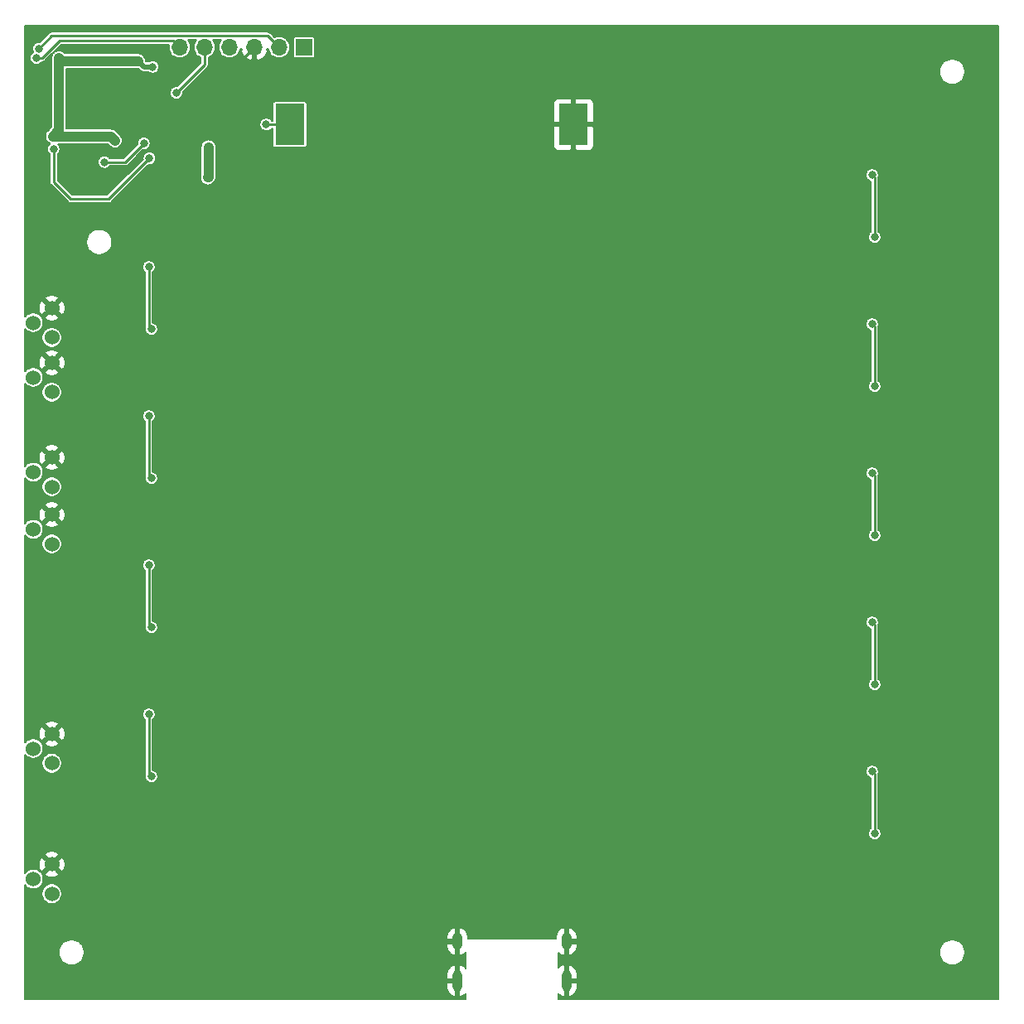
<source format=gbr>
G04 #@! TF.GenerationSoftware,KiCad,Pcbnew,(5.1.4)-1*
G04 #@! TF.CreationDate,2019-12-11T21:26:34-05:00*
G04 #@! TF.ProjectId,main,6d61696e-2e6b-4696-9361-645f70636258,rev?*
G04 #@! TF.SameCoordinates,Original*
G04 #@! TF.FileFunction,Copper,L2,Bot*
G04 #@! TF.FilePolarity,Positive*
%FSLAX46Y46*%
G04 Gerber Fmt 4.6, Leading zero omitted, Abs format (unit mm)*
G04 Created by KiCad (PCBNEW (5.1.4)-1) date 2019-12-11 21:26:34*
%MOMM*%
%LPD*%
G04 APERTURE LIST*
%ADD10O,1.000000X1.800000*%
%ADD11O,1.000000X2.200000*%
%ADD12R,3.000000X4.200000*%
%ADD13O,1.700000X1.700000*%
%ADD14R,1.700000X1.700000*%
%ADD15C,1.524000*%
%ADD16C,0.800000*%
%ADD17C,0.250000*%
%ADD18C,1.000000*%
%ADD19C,0.500000*%
%ADD20C,0.152400*%
G04 APERTURE END LIST*
D10*
X55575000Y-93886000D03*
D11*
X55575000Y-97886000D03*
X44425000Y-97886000D03*
D10*
X44425000Y-93886000D03*
D12*
X56300000Y-10400000D03*
X27300000Y-10400000D03*
D13*
X16050000Y-2500000D03*
X18590000Y-2500000D03*
X21130000Y-2500000D03*
X23670000Y-2500000D03*
X26210000Y-2500000D03*
D14*
X28750000Y-2500000D03*
D15*
X1088000Y-87500000D03*
X2988000Y-89000000D03*
X2988000Y-86000000D03*
X1088000Y-74168000D03*
X2988000Y-75668000D03*
X2988000Y-72668000D03*
X1088000Y-51754000D03*
X2988000Y-53254000D03*
X2988000Y-50254000D03*
X1088000Y-45912000D03*
X2988000Y-47412000D03*
X2988000Y-44412000D03*
X1088000Y-36240000D03*
X2988000Y-37740000D03*
X2988000Y-34740000D03*
X1088000Y-30652000D03*
X2988000Y-32152000D03*
X2988000Y-29152000D03*
D16*
X6000000Y-16000000D03*
X22300000Y-5100000D03*
X14418000Y-5467741D03*
X11751000Y-11111000D03*
X50994000Y-88708000D03*
X49025500Y-88644500D03*
X15600000Y-15800000D03*
X22458000Y-15800000D03*
X29316000Y-15800000D03*
X36174000Y-15800000D03*
X43032000Y-15800000D03*
X49890000Y-15800000D03*
X56748000Y-15800000D03*
X63606000Y-15800000D03*
X70464000Y-15800000D03*
X77322000Y-15800000D03*
X84180000Y-15800000D03*
X15600000Y-31040000D03*
X22458000Y-31040000D03*
X29316000Y-31040000D03*
X36174000Y-31040000D03*
X43032000Y-31040000D03*
X49890000Y-31040000D03*
X56748000Y-31040000D03*
X63606000Y-31040000D03*
X70464000Y-31040000D03*
X77322000Y-31040000D03*
X84180000Y-31040000D03*
X15600000Y-46280000D03*
X22458000Y-46280000D03*
X29316000Y-46280000D03*
X36174000Y-46280000D03*
X43032000Y-46280000D03*
X49890000Y-46280000D03*
X56748000Y-46280000D03*
X63606000Y-46280000D03*
X70464000Y-46280000D03*
X77322000Y-46280000D03*
X84180000Y-46280000D03*
X15600000Y-61520000D03*
X22458000Y-61520000D03*
X29316000Y-61520000D03*
X36174000Y-61520000D03*
X43032000Y-61520000D03*
X49890000Y-61520000D03*
X56748000Y-61520000D03*
X63606000Y-61520000D03*
X70464000Y-61520000D03*
X77322000Y-61520000D03*
X84180000Y-61520000D03*
X15600000Y-76760000D03*
X22458000Y-76760000D03*
X29316000Y-76760000D03*
X36174000Y-76760000D03*
X43032000Y-76760000D03*
X49890000Y-76760000D03*
X56748000Y-76760000D03*
X63606000Y-76760000D03*
X70464000Y-76760000D03*
X77322000Y-76760000D03*
X84180000Y-76760000D03*
X15688000Y-23684000D03*
X22546000Y-23684000D03*
X29404000Y-23684000D03*
X36262000Y-23684000D03*
X43120000Y-23684000D03*
X49978000Y-23684000D03*
X56836000Y-23684000D03*
X63694000Y-23684000D03*
X70552000Y-23684000D03*
X77410000Y-23684000D03*
X84268000Y-23684000D03*
X15688000Y-38924000D03*
X22546000Y-38924000D03*
X29404000Y-38924000D03*
X36262000Y-38924000D03*
X43120000Y-38924000D03*
X49978000Y-38924000D03*
X56836000Y-38924000D03*
X63694000Y-38924000D03*
X70552000Y-38924000D03*
X77410000Y-38924000D03*
X84268000Y-38924000D03*
X15688000Y-54164000D03*
X22546000Y-54164000D03*
X29404000Y-54164000D03*
X36262000Y-54164000D03*
X43120000Y-54164000D03*
X49978000Y-54164000D03*
X56836000Y-54164000D03*
X63694000Y-54164000D03*
X70552000Y-54164000D03*
X77410000Y-54164000D03*
X84268000Y-54164000D03*
X15688000Y-69404000D03*
X22546000Y-69404000D03*
X29404000Y-69404000D03*
X36262000Y-69404000D03*
X43120000Y-69404000D03*
X49978000Y-69404000D03*
X56836000Y-69404000D03*
X63694000Y-69404000D03*
X70552000Y-69404000D03*
X77410000Y-69404000D03*
X84268000Y-69404000D03*
X15688000Y-84644000D03*
X22546000Y-84644000D03*
X29404000Y-84644000D03*
X36262000Y-84644000D03*
X43120000Y-84644000D03*
X49978000Y-84644000D03*
X56836000Y-84644000D03*
X63694000Y-84644000D03*
X70552000Y-84644000D03*
X77410000Y-84644000D03*
X84268000Y-84644000D03*
X45723500Y-92835500D03*
X54296000Y-92835500D03*
X53813400Y-91984600D03*
X46168000Y-92010000D03*
X18926500Y-15810000D03*
X18990000Y-12698500D03*
X13300000Y-4500000D03*
X11800000Y-3900000D03*
X3700000Y-3600000D03*
X9431790Y-12035260D03*
X3080058Y-11600000D03*
X8343972Y-14234850D03*
X15688000Y-7174000D03*
X12386000Y-12322021D03*
X1400000Y-3599994D03*
X1642538Y-2629846D03*
X24900000Y-10400000D03*
X3171344Y-12896211D03*
X12961271Y-13847048D03*
X13148000Y-77024000D03*
X12894000Y-70674000D03*
X13148000Y-61784000D03*
X12894000Y-55434000D03*
X12894000Y-40194000D03*
X13148000Y-46544000D03*
X12894000Y-24954000D03*
X13148000Y-31304000D03*
X86808000Y-15556000D03*
X87062000Y-21906000D03*
X86808000Y-30796000D03*
X87062000Y-37146000D03*
X86808000Y-46036000D03*
X87062000Y-52386000D03*
X87062000Y-67626000D03*
X86808000Y-61276000D03*
X87062000Y-82866000D03*
X86808000Y-76516000D03*
D17*
X22300000Y-3870000D02*
X23670000Y-2500000D01*
X22300000Y-5100000D02*
X22300000Y-3870000D01*
D18*
X18990000Y-12698500D02*
X18990000Y-15746500D01*
X18990000Y-15746500D02*
X18926500Y-15810000D01*
D19*
X13300000Y-4500000D02*
X12400000Y-4500000D01*
X12400000Y-4500000D02*
X11800000Y-3900000D01*
D18*
X11800000Y-3900000D02*
X4000000Y-3900000D01*
X4000000Y-3900000D02*
X3700000Y-3600000D01*
X3700000Y-10980058D02*
X3080058Y-11600000D01*
X9431790Y-12035260D02*
X8996530Y-11600000D01*
X3700000Y-3600000D02*
X3700000Y-10980058D01*
X8996530Y-11600000D02*
X3080058Y-11600000D01*
D17*
X18590000Y-4272000D02*
X15688000Y-7174000D01*
X18590000Y-2500000D02*
X18590000Y-4272000D01*
X10473171Y-14234850D02*
X12386000Y-12322021D01*
X8343972Y-14234850D02*
X10473171Y-14234850D01*
X16050000Y-2500000D02*
X15350000Y-1800000D01*
X1965685Y-3599994D02*
X1400000Y-3599994D01*
X3765679Y-1800000D02*
X1965685Y-3599994D01*
X15350000Y-1800000D02*
X3765679Y-1800000D01*
X25034999Y-1324999D02*
X2947385Y-1324999D01*
X2947385Y-1324999D02*
X1642538Y-2629846D01*
X26210000Y-2500000D02*
X25034999Y-1324999D01*
X27300000Y-10400000D02*
X24900000Y-10400000D01*
X8808319Y-18000000D02*
X12961271Y-13847048D01*
X4900000Y-18000000D02*
X8808319Y-18000000D01*
X3171344Y-12896211D02*
X3171344Y-16271344D01*
X3171344Y-16271344D02*
X4900000Y-18000000D01*
X12894000Y-76770000D02*
X12894000Y-70674000D01*
X13148000Y-77024000D02*
X12894000Y-76770000D01*
X13148000Y-61784000D02*
X12894000Y-61530000D01*
X12894000Y-61530000D02*
X12894000Y-55434000D01*
X13148000Y-46544000D02*
X12894000Y-46290000D01*
X12894000Y-46290000D02*
X12894000Y-40194000D01*
X12894000Y-31050000D02*
X12894000Y-24954000D01*
X13148000Y-31304000D02*
X12894000Y-31050000D01*
X86808000Y-15556000D02*
X87062000Y-15810000D01*
X87062000Y-15810000D02*
X87062000Y-21906000D01*
X86808000Y-30796000D02*
X87062000Y-31050000D01*
X87062000Y-31050000D02*
X87062000Y-37146000D01*
X87062000Y-46290000D02*
X87062000Y-52386000D01*
X86808000Y-46036000D02*
X87062000Y-46290000D01*
X86808000Y-61276000D02*
X87062000Y-61530000D01*
X87062000Y-61530000D02*
X87062000Y-67626000D01*
X87062000Y-76770000D02*
X87062000Y-82866000D01*
X86808000Y-76516000D02*
X87062000Y-76770000D01*
D20*
G36*
X99746401Y-99746400D02*
G01*
X54740100Y-99746400D01*
X54740100Y-99194126D01*
X54772301Y-99236185D01*
X54934078Y-99378369D01*
X55120486Y-99486260D01*
X55232079Y-99514540D01*
X55397200Y-99407147D01*
X55397200Y-98063800D01*
X55752800Y-98063800D01*
X55752800Y-99407147D01*
X55917921Y-99514540D01*
X56029514Y-99486260D01*
X56215922Y-99378369D01*
X56377699Y-99236185D01*
X56508629Y-99065172D01*
X56603680Y-98871901D01*
X56659200Y-98663800D01*
X56659200Y-98063800D01*
X55752800Y-98063800D01*
X55397200Y-98063800D01*
X55377200Y-98063800D01*
X55377200Y-97708200D01*
X55397200Y-97708200D01*
X55397200Y-96364853D01*
X55752800Y-96364853D01*
X55752800Y-97708200D01*
X56659200Y-97708200D01*
X56659200Y-97108200D01*
X56603680Y-96900099D01*
X56508629Y-96706828D01*
X56377699Y-96535815D01*
X56215922Y-96393631D01*
X56029514Y-96285740D01*
X55917921Y-96257460D01*
X55752800Y-96364853D01*
X55397200Y-96364853D01*
X55232079Y-96257460D01*
X55120486Y-96285740D01*
X54934078Y-96393631D01*
X54772301Y-96535815D01*
X54740100Y-96577874D01*
X54740100Y-94994126D01*
X54772301Y-95036185D01*
X54934078Y-95178369D01*
X55120486Y-95286260D01*
X55232079Y-95314540D01*
X55397200Y-95207147D01*
X55397200Y-94063800D01*
X55752800Y-94063800D01*
X55752800Y-95207147D01*
X55917921Y-95314540D01*
X56029514Y-95286260D01*
X56215922Y-95178369D01*
X56377699Y-95036185D01*
X56505406Y-94869381D01*
X93673800Y-94869381D01*
X93673800Y-95130619D01*
X93724765Y-95386838D01*
X93824737Y-95628191D01*
X93969873Y-95845403D01*
X94154597Y-96030127D01*
X94371809Y-96175263D01*
X94613162Y-96275235D01*
X94869381Y-96326200D01*
X95130619Y-96326200D01*
X95386838Y-96275235D01*
X95628191Y-96175263D01*
X95845403Y-96030127D01*
X96030127Y-95845403D01*
X96175263Y-95628191D01*
X96275235Y-95386838D01*
X96326200Y-95130619D01*
X96326200Y-94869381D01*
X96275235Y-94613162D01*
X96175263Y-94371809D01*
X96030127Y-94154597D01*
X95845403Y-93969873D01*
X95628191Y-93824737D01*
X95386838Y-93724765D01*
X95130619Y-93673800D01*
X94869381Y-93673800D01*
X94613162Y-93724765D01*
X94371809Y-93824737D01*
X94154597Y-93969873D01*
X93969873Y-94154597D01*
X93824737Y-94371809D01*
X93724765Y-94613162D01*
X93673800Y-94869381D01*
X56505406Y-94869381D01*
X56508629Y-94865172D01*
X56603680Y-94671901D01*
X56659200Y-94463800D01*
X56659200Y-94063800D01*
X55752800Y-94063800D01*
X55397200Y-94063800D01*
X55377200Y-94063800D01*
X55377200Y-93708200D01*
X55397200Y-93708200D01*
X55397200Y-92564853D01*
X55752800Y-92564853D01*
X55752800Y-93708200D01*
X56659200Y-93708200D01*
X56659200Y-93308200D01*
X56603680Y-93100099D01*
X56508629Y-92906828D01*
X56377699Y-92735815D01*
X56215922Y-92593631D01*
X56029514Y-92485740D01*
X55917921Y-92457460D01*
X55752800Y-92564853D01*
X55397200Y-92564853D01*
X55232079Y-92457460D01*
X55120486Y-92485740D01*
X54934078Y-92593631D01*
X54772301Y-92735815D01*
X54641371Y-92906828D01*
X54546320Y-93100099D01*
X54490800Y-93308200D01*
X54490800Y-93597096D01*
X54486500Y-93596673D01*
X54474041Y-93597900D01*
X45545459Y-93597900D01*
X45533000Y-93596673D01*
X45520541Y-93597900D01*
X45509200Y-93599017D01*
X45509200Y-93308200D01*
X45453680Y-93100099D01*
X45358629Y-92906828D01*
X45227699Y-92735815D01*
X45065922Y-92593631D01*
X44879514Y-92485740D01*
X44767921Y-92457460D01*
X44602800Y-92564853D01*
X44602800Y-93708200D01*
X44622800Y-93708200D01*
X44622800Y-94063800D01*
X44602800Y-94063800D01*
X44602800Y-95207147D01*
X44767921Y-95314540D01*
X44879514Y-95286260D01*
X45065922Y-95178369D01*
X45227699Y-95036185D01*
X45279401Y-94968655D01*
X45279401Y-96603345D01*
X45227699Y-96535815D01*
X45065922Y-96393631D01*
X44879514Y-96285740D01*
X44767921Y-96257460D01*
X44602800Y-96364853D01*
X44602800Y-97708200D01*
X44622800Y-97708200D01*
X44622800Y-98063800D01*
X44602800Y-98063800D01*
X44602800Y-99407147D01*
X44767921Y-99514540D01*
X44879514Y-99486260D01*
X45065922Y-99378369D01*
X45227699Y-99236185D01*
X45279400Y-99168656D01*
X45279400Y-99746400D01*
X253600Y-99746400D01*
X253600Y-98063800D01*
X43340800Y-98063800D01*
X43340800Y-98663800D01*
X43396320Y-98871901D01*
X43491371Y-99065172D01*
X43622301Y-99236185D01*
X43784078Y-99378369D01*
X43970486Y-99486260D01*
X44082079Y-99514540D01*
X44247200Y-99407147D01*
X44247200Y-98063800D01*
X43340800Y-98063800D01*
X253600Y-98063800D01*
X253600Y-97108200D01*
X43340800Y-97108200D01*
X43340800Y-97708200D01*
X44247200Y-97708200D01*
X44247200Y-96364853D01*
X44082079Y-96257460D01*
X43970486Y-96285740D01*
X43784078Y-96393631D01*
X43622301Y-96535815D01*
X43491371Y-96706828D01*
X43396320Y-96900099D01*
X43340800Y-97108200D01*
X253600Y-97108200D01*
X253600Y-94869381D01*
X3673800Y-94869381D01*
X3673800Y-95130619D01*
X3724765Y-95386838D01*
X3824737Y-95628191D01*
X3969873Y-95845403D01*
X4154597Y-96030127D01*
X4371809Y-96175263D01*
X4613162Y-96275235D01*
X4869381Y-96326200D01*
X5130619Y-96326200D01*
X5386838Y-96275235D01*
X5628191Y-96175263D01*
X5845403Y-96030127D01*
X6030127Y-95845403D01*
X6175263Y-95628191D01*
X6275235Y-95386838D01*
X6326200Y-95130619D01*
X6326200Y-94869381D01*
X6275235Y-94613162D01*
X6175263Y-94371809D01*
X6030127Y-94154597D01*
X5939330Y-94063800D01*
X43340800Y-94063800D01*
X43340800Y-94463800D01*
X43396320Y-94671901D01*
X43491371Y-94865172D01*
X43622301Y-95036185D01*
X43784078Y-95178369D01*
X43970486Y-95286260D01*
X44082079Y-95314540D01*
X44247200Y-95207147D01*
X44247200Y-94063800D01*
X43340800Y-94063800D01*
X5939330Y-94063800D01*
X5845403Y-93969873D01*
X5628191Y-93824737D01*
X5386838Y-93724765D01*
X5130619Y-93673800D01*
X4869381Y-93673800D01*
X4613162Y-93724765D01*
X4371809Y-93824737D01*
X4154597Y-93969873D01*
X3969873Y-94154597D01*
X3824737Y-94371809D01*
X3724765Y-94613162D01*
X3673800Y-94869381D01*
X253600Y-94869381D01*
X253600Y-93308200D01*
X43340800Y-93308200D01*
X43340800Y-93708200D01*
X44247200Y-93708200D01*
X44247200Y-92564853D01*
X44082079Y-92457460D01*
X43970486Y-92485740D01*
X43784078Y-92593631D01*
X43622301Y-92735815D01*
X43491371Y-92906828D01*
X43396320Y-93100099D01*
X43340800Y-93308200D01*
X253600Y-93308200D01*
X253600Y-88897746D01*
X1949800Y-88897746D01*
X1949800Y-89102254D01*
X1989698Y-89302832D01*
X2067959Y-89491772D01*
X2181578Y-89661814D01*
X2326186Y-89806422D01*
X2496228Y-89920041D01*
X2685168Y-89998302D01*
X2885746Y-90038200D01*
X3090254Y-90038200D01*
X3290832Y-89998302D01*
X3479772Y-89920041D01*
X3649814Y-89806422D01*
X3794422Y-89661814D01*
X3908041Y-89491772D01*
X3986302Y-89302832D01*
X4026200Y-89102254D01*
X4026200Y-88897746D01*
X3986302Y-88697168D01*
X3908041Y-88508228D01*
X3794422Y-88338186D01*
X3649814Y-88193578D01*
X3479772Y-88079959D01*
X3290832Y-88001698D01*
X3090254Y-87961800D01*
X2885746Y-87961800D01*
X2685168Y-88001698D01*
X2496228Y-88079959D01*
X2326186Y-88193578D01*
X2181578Y-88338186D01*
X2067959Y-88508228D01*
X1989698Y-88697168D01*
X1949800Y-88897746D01*
X253600Y-88897746D01*
X253600Y-88119942D01*
X281578Y-88161814D01*
X426186Y-88306422D01*
X596228Y-88420041D01*
X785168Y-88498302D01*
X985746Y-88538200D01*
X1190254Y-88538200D01*
X1390832Y-88498302D01*
X1579772Y-88420041D01*
X1749814Y-88306422D01*
X1894422Y-88161814D01*
X2008041Y-87991772D01*
X2086302Y-87802832D01*
X2126200Y-87602254D01*
X2126200Y-87397746D01*
X2086302Y-87197168D01*
X2008041Y-87008228D01*
X1982265Y-86969651D01*
X2269797Y-86969651D01*
X2343636Y-87189382D01*
X2588055Y-87292238D01*
X2847843Y-87345433D01*
X3113017Y-87346925D01*
X3373387Y-87296654D01*
X3618946Y-87196554D01*
X3632364Y-87189382D01*
X3706203Y-86969651D01*
X2988000Y-86251447D01*
X2269797Y-86969651D01*
X1982265Y-86969651D01*
X1894422Y-86838186D01*
X1749814Y-86693578D01*
X1579772Y-86579959D01*
X1390832Y-86501698D01*
X1190254Y-86461800D01*
X985746Y-86461800D01*
X785168Y-86501698D01*
X596228Y-86579959D01*
X426186Y-86693578D01*
X281578Y-86838186D01*
X253600Y-86880058D01*
X253600Y-86125017D01*
X1641075Y-86125017D01*
X1691346Y-86385387D01*
X1791446Y-86630946D01*
X1798618Y-86644364D01*
X2018349Y-86718203D01*
X2736553Y-86000000D01*
X3239447Y-86000000D01*
X3957651Y-86718203D01*
X4177382Y-86644364D01*
X4280238Y-86399945D01*
X4333433Y-86140157D01*
X4334925Y-85874983D01*
X4284654Y-85614613D01*
X4184554Y-85369054D01*
X4177382Y-85355636D01*
X3957651Y-85281797D01*
X3239447Y-86000000D01*
X2736553Y-86000000D01*
X2018349Y-85281797D01*
X1798618Y-85355636D01*
X1695762Y-85600055D01*
X1642567Y-85859843D01*
X1641075Y-86125017D01*
X253600Y-86125017D01*
X253600Y-85030349D01*
X2269797Y-85030349D01*
X2988000Y-85748553D01*
X3706203Y-85030349D01*
X3632364Y-84810618D01*
X3387945Y-84707762D01*
X3128157Y-84654567D01*
X2862983Y-84653075D01*
X2602613Y-84703346D01*
X2357054Y-84803446D01*
X2343636Y-84810618D01*
X2269797Y-85030349D01*
X253600Y-85030349D01*
X253600Y-75565746D01*
X1949800Y-75565746D01*
X1949800Y-75770254D01*
X1989698Y-75970832D01*
X2067959Y-76159772D01*
X2181578Y-76329814D01*
X2326186Y-76474422D01*
X2496228Y-76588041D01*
X2685168Y-76666302D01*
X2885746Y-76706200D01*
X3090254Y-76706200D01*
X3290832Y-76666302D01*
X3479772Y-76588041D01*
X3649814Y-76474422D01*
X3794422Y-76329814D01*
X3908041Y-76159772D01*
X3986302Y-75970832D01*
X4026200Y-75770254D01*
X4026200Y-75565746D01*
X3986302Y-75365168D01*
X3908041Y-75176228D01*
X3794422Y-75006186D01*
X3649814Y-74861578D01*
X3479772Y-74747959D01*
X3290832Y-74669698D01*
X3090254Y-74629800D01*
X2885746Y-74629800D01*
X2685168Y-74669698D01*
X2496228Y-74747959D01*
X2326186Y-74861578D01*
X2181578Y-75006186D01*
X2067959Y-75176228D01*
X1989698Y-75365168D01*
X1949800Y-75565746D01*
X253600Y-75565746D01*
X253600Y-74787942D01*
X281578Y-74829814D01*
X426186Y-74974422D01*
X596228Y-75088041D01*
X785168Y-75166302D01*
X985746Y-75206200D01*
X1190254Y-75206200D01*
X1390832Y-75166302D01*
X1579772Y-75088041D01*
X1749814Y-74974422D01*
X1894422Y-74829814D01*
X2008041Y-74659772D01*
X2086302Y-74470832D01*
X2126200Y-74270254D01*
X2126200Y-74065746D01*
X2086302Y-73865168D01*
X2008041Y-73676228D01*
X1982265Y-73637651D01*
X2269797Y-73637651D01*
X2343636Y-73857382D01*
X2588055Y-73960238D01*
X2847843Y-74013433D01*
X3113017Y-74014925D01*
X3373387Y-73964654D01*
X3618946Y-73864554D01*
X3632364Y-73857382D01*
X3706203Y-73637651D01*
X2988000Y-72919447D01*
X2269797Y-73637651D01*
X1982265Y-73637651D01*
X1894422Y-73506186D01*
X1749814Y-73361578D01*
X1579772Y-73247959D01*
X1390832Y-73169698D01*
X1190254Y-73129800D01*
X985746Y-73129800D01*
X785168Y-73169698D01*
X596228Y-73247959D01*
X426186Y-73361578D01*
X281578Y-73506186D01*
X253600Y-73548058D01*
X253600Y-72793017D01*
X1641075Y-72793017D01*
X1691346Y-73053387D01*
X1791446Y-73298946D01*
X1798618Y-73312364D01*
X2018349Y-73386203D01*
X2736553Y-72668000D01*
X3239447Y-72668000D01*
X3957651Y-73386203D01*
X4177382Y-73312364D01*
X4280238Y-73067945D01*
X4333433Y-72808157D01*
X4334925Y-72542983D01*
X4284654Y-72282613D01*
X4184554Y-72037054D01*
X4177382Y-72023636D01*
X3957651Y-71949797D01*
X3239447Y-72668000D01*
X2736553Y-72668000D01*
X2018349Y-71949797D01*
X1798618Y-72023636D01*
X1695762Y-72268055D01*
X1642567Y-72527843D01*
X1641075Y-72793017D01*
X253600Y-72793017D01*
X253600Y-71698349D01*
X2269797Y-71698349D01*
X2988000Y-72416553D01*
X3706203Y-71698349D01*
X3632364Y-71478618D01*
X3387945Y-71375762D01*
X3128157Y-71322567D01*
X2862983Y-71321075D01*
X2602613Y-71371346D01*
X2357054Y-71471446D01*
X2343636Y-71478618D01*
X2269797Y-71698349D01*
X253600Y-71698349D01*
X253600Y-70607400D01*
X12217800Y-70607400D01*
X12217800Y-70740600D01*
X12243786Y-70871240D01*
X12294759Y-70994301D01*
X12368761Y-71105052D01*
X12462948Y-71199239D01*
X12492801Y-71219186D01*
X12492800Y-76750292D01*
X12490859Y-76770000D01*
X12492800Y-76789705D01*
X12492800Y-76789707D01*
X12496892Y-76831255D01*
X12471800Y-76957400D01*
X12471800Y-77090600D01*
X12497786Y-77221240D01*
X12548759Y-77344301D01*
X12622761Y-77455052D01*
X12716948Y-77549239D01*
X12827699Y-77623241D01*
X12950760Y-77674214D01*
X13081400Y-77700200D01*
X13214600Y-77700200D01*
X13345240Y-77674214D01*
X13468301Y-77623241D01*
X13579052Y-77549239D01*
X13673239Y-77455052D01*
X13747241Y-77344301D01*
X13798214Y-77221240D01*
X13824200Y-77090600D01*
X13824200Y-76957400D01*
X13798214Y-76826760D01*
X13747241Y-76703699D01*
X13673239Y-76592948D01*
X13579052Y-76498761D01*
X13505179Y-76449400D01*
X86131800Y-76449400D01*
X86131800Y-76582600D01*
X86157786Y-76713240D01*
X86208759Y-76836301D01*
X86282761Y-76947052D01*
X86376948Y-77041239D01*
X86487699Y-77115241D01*
X86610760Y-77166214D01*
X86660800Y-77176168D01*
X86660801Y-82320814D01*
X86630948Y-82340761D01*
X86536761Y-82434948D01*
X86462759Y-82545699D01*
X86411786Y-82668760D01*
X86385800Y-82799400D01*
X86385800Y-82932600D01*
X86411786Y-83063240D01*
X86462759Y-83186301D01*
X86536761Y-83297052D01*
X86630948Y-83391239D01*
X86741699Y-83465241D01*
X86864760Y-83516214D01*
X86995400Y-83542200D01*
X87128600Y-83542200D01*
X87259240Y-83516214D01*
X87382301Y-83465241D01*
X87493052Y-83391239D01*
X87587239Y-83297052D01*
X87661241Y-83186301D01*
X87712214Y-83063240D01*
X87738200Y-82932600D01*
X87738200Y-82799400D01*
X87712214Y-82668760D01*
X87661241Y-82545699D01*
X87587239Y-82434948D01*
X87493052Y-82340761D01*
X87463200Y-82320814D01*
X87463200Y-76789704D01*
X87465141Y-76769999D01*
X87463200Y-76750292D01*
X87459108Y-76708745D01*
X87484200Y-76582600D01*
X87484200Y-76449400D01*
X87458214Y-76318760D01*
X87407241Y-76195699D01*
X87333239Y-76084948D01*
X87239052Y-75990761D01*
X87128301Y-75916759D01*
X87005240Y-75865786D01*
X86874600Y-75839800D01*
X86741400Y-75839800D01*
X86610760Y-75865786D01*
X86487699Y-75916759D01*
X86376948Y-75990761D01*
X86282761Y-76084948D01*
X86208759Y-76195699D01*
X86157786Y-76318760D01*
X86131800Y-76449400D01*
X13505179Y-76449400D01*
X13468301Y-76424759D01*
X13345240Y-76373786D01*
X13295200Y-76363832D01*
X13295200Y-71219186D01*
X13325052Y-71199239D01*
X13419239Y-71105052D01*
X13493241Y-70994301D01*
X13544214Y-70871240D01*
X13570200Y-70740600D01*
X13570200Y-70607400D01*
X13544214Y-70476760D01*
X13493241Y-70353699D01*
X13419239Y-70242948D01*
X13325052Y-70148761D01*
X13214301Y-70074759D01*
X13091240Y-70023786D01*
X12960600Y-69997800D01*
X12827400Y-69997800D01*
X12696760Y-70023786D01*
X12573699Y-70074759D01*
X12462948Y-70148761D01*
X12368761Y-70242948D01*
X12294759Y-70353699D01*
X12243786Y-70476760D01*
X12217800Y-70607400D01*
X253600Y-70607400D01*
X253600Y-55367400D01*
X12217800Y-55367400D01*
X12217800Y-55500600D01*
X12243786Y-55631240D01*
X12294759Y-55754301D01*
X12368761Y-55865052D01*
X12462948Y-55959239D01*
X12492801Y-55979186D01*
X12492800Y-61510292D01*
X12490859Y-61530000D01*
X12492800Y-61549705D01*
X12492800Y-61549707D01*
X12496892Y-61591255D01*
X12471800Y-61717400D01*
X12471800Y-61850600D01*
X12497786Y-61981240D01*
X12548759Y-62104301D01*
X12622761Y-62215052D01*
X12716948Y-62309239D01*
X12827699Y-62383241D01*
X12950760Y-62434214D01*
X13081400Y-62460200D01*
X13214600Y-62460200D01*
X13345240Y-62434214D01*
X13468301Y-62383241D01*
X13579052Y-62309239D01*
X13673239Y-62215052D01*
X13747241Y-62104301D01*
X13798214Y-61981240D01*
X13824200Y-61850600D01*
X13824200Y-61717400D01*
X13798214Y-61586760D01*
X13747241Y-61463699D01*
X13673239Y-61352948D01*
X13579052Y-61258761D01*
X13505179Y-61209400D01*
X86131800Y-61209400D01*
X86131800Y-61342600D01*
X86157786Y-61473240D01*
X86208759Y-61596301D01*
X86282761Y-61707052D01*
X86376948Y-61801239D01*
X86487699Y-61875241D01*
X86610760Y-61926214D01*
X86660800Y-61936168D01*
X86660801Y-67080814D01*
X86630948Y-67100761D01*
X86536761Y-67194948D01*
X86462759Y-67305699D01*
X86411786Y-67428760D01*
X86385800Y-67559400D01*
X86385800Y-67692600D01*
X86411786Y-67823240D01*
X86462759Y-67946301D01*
X86536761Y-68057052D01*
X86630948Y-68151239D01*
X86741699Y-68225241D01*
X86864760Y-68276214D01*
X86995400Y-68302200D01*
X87128600Y-68302200D01*
X87259240Y-68276214D01*
X87382301Y-68225241D01*
X87493052Y-68151239D01*
X87587239Y-68057052D01*
X87661241Y-67946301D01*
X87712214Y-67823240D01*
X87738200Y-67692600D01*
X87738200Y-67559400D01*
X87712214Y-67428760D01*
X87661241Y-67305699D01*
X87587239Y-67194948D01*
X87493052Y-67100761D01*
X87463200Y-67080814D01*
X87463200Y-61549704D01*
X87465141Y-61529999D01*
X87463200Y-61510292D01*
X87459108Y-61468745D01*
X87484200Y-61342600D01*
X87484200Y-61209400D01*
X87458214Y-61078760D01*
X87407241Y-60955699D01*
X87333239Y-60844948D01*
X87239052Y-60750761D01*
X87128301Y-60676759D01*
X87005240Y-60625786D01*
X86874600Y-60599800D01*
X86741400Y-60599800D01*
X86610760Y-60625786D01*
X86487699Y-60676759D01*
X86376948Y-60750761D01*
X86282761Y-60844948D01*
X86208759Y-60955699D01*
X86157786Y-61078760D01*
X86131800Y-61209400D01*
X13505179Y-61209400D01*
X13468301Y-61184759D01*
X13345240Y-61133786D01*
X13295200Y-61123832D01*
X13295200Y-55979186D01*
X13325052Y-55959239D01*
X13419239Y-55865052D01*
X13493241Y-55754301D01*
X13544214Y-55631240D01*
X13570200Y-55500600D01*
X13570200Y-55367400D01*
X13544214Y-55236760D01*
X13493241Y-55113699D01*
X13419239Y-55002948D01*
X13325052Y-54908761D01*
X13214301Y-54834759D01*
X13091240Y-54783786D01*
X12960600Y-54757800D01*
X12827400Y-54757800D01*
X12696760Y-54783786D01*
X12573699Y-54834759D01*
X12462948Y-54908761D01*
X12368761Y-55002948D01*
X12294759Y-55113699D01*
X12243786Y-55236760D01*
X12217800Y-55367400D01*
X253600Y-55367400D01*
X253600Y-53151746D01*
X1949800Y-53151746D01*
X1949800Y-53356254D01*
X1989698Y-53556832D01*
X2067959Y-53745772D01*
X2181578Y-53915814D01*
X2326186Y-54060422D01*
X2496228Y-54174041D01*
X2685168Y-54252302D01*
X2885746Y-54292200D01*
X3090254Y-54292200D01*
X3290832Y-54252302D01*
X3479772Y-54174041D01*
X3649814Y-54060422D01*
X3794422Y-53915814D01*
X3908041Y-53745772D01*
X3986302Y-53556832D01*
X4026200Y-53356254D01*
X4026200Y-53151746D01*
X3986302Y-52951168D01*
X3908041Y-52762228D01*
X3794422Y-52592186D01*
X3649814Y-52447578D01*
X3479772Y-52333959D01*
X3290832Y-52255698D01*
X3090254Y-52215800D01*
X2885746Y-52215800D01*
X2685168Y-52255698D01*
X2496228Y-52333959D01*
X2326186Y-52447578D01*
X2181578Y-52592186D01*
X2067959Y-52762228D01*
X1989698Y-52951168D01*
X1949800Y-53151746D01*
X253600Y-53151746D01*
X253600Y-52373942D01*
X281578Y-52415814D01*
X426186Y-52560422D01*
X596228Y-52674041D01*
X785168Y-52752302D01*
X985746Y-52792200D01*
X1190254Y-52792200D01*
X1390832Y-52752302D01*
X1579772Y-52674041D01*
X1749814Y-52560422D01*
X1894422Y-52415814D01*
X2008041Y-52245772D01*
X2086302Y-52056832D01*
X2126200Y-51856254D01*
X2126200Y-51651746D01*
X2086302Y-51451168D01*
X2008041Y-51262228D01*
X1982265Y-51223651D01*
X2269797Y-51223651D01*
X2343636Y-51443382D01*
X2588055Y-51546238D01*
X2847843Y-51599433D01*
X3113017Y-51600925D01*
X3373387Y-51550654D01*
X3618946Y-51450554D01*
X3632364Y-51443382D01*
X3706203Y-51223651D01*
X2988000Y-50505447D01*
X2269797Y-51223651D01*
X1982265Y-51223651D01*
X1894422Y-51092186D01*
X1749814Y-50947578D01*
X1579772Y-50833959D01*
X1390832Y-50755698D01*
X1190254Y-50715800D01*
X985746Y-50715800D01*
X785168Y-50755698D01*
X596228Y-50833959D01*
X426186Y-50947578D01*
X281578Y-51092186D01*
X253600Y-51134058D01*
X253600Y-50379017D01*
X1641075Y-50379017D01*
X1691346Y-50639387D01*
X1791446Y-50884946D01*
X1798618Y-50898364D01*
X2018349Y-50972203D01*
X2736553Y-50254000D01*
X3239447Y-50254000D01*
X3957651Y-50972203D01*
X4177382Y-50898364D01*
X4280238Y-50653945D01*
X4333433Y-50394157D01*
X4334925Y-50128983D01*
X4284654Y-49868613D01*
X4184554Y-49623054D01*
X4177382Y-49609636D01*
X3957651Y-49535797D01*
X3239447Y-50254000D01*
X2736553Y-50254000D01*
X2018349Y-49535797D01*
X1798618Y-49609636D01*
X1695762Y-49854055D01*
X1642567Y-50113843D01*
X1641075Y-50379017D01*
X253600Y-50379017D01*
X253600Y-49284349D01*
X2269797Y-49284349D01*
X2988000Y-50002553D01*
X3706203Y-49284349D01*
X3632364Y-49064618D01*
X3387945Y-48961762D01*
X3128157Y-48908567D01*
X2862983Y-48907075D01*
X2602613Y-48957346D01*
X2357054Y-49057446D01*
X2343636Y-49064618D01*
X2269797Y-49284349D01*
X253600Y-49284349D01*
X253600Y-47309746D01*
X1949800Y-47309746D01*
X1949800Y-47514254D01*
X1989698Y-47714832D01*
X2067959Y-47903772D01*
X2181578Y-48073814D01*
X2326186Y-48218422D01*
X2496228Y-48332041D01*
X2685168Y-48410302D01*
X2885746Y-48450200D01*
X3090254Y-48450200D01*
X3290832Y-48410302D01*
X3479772Y-48332041D01*
X3649814Y-48218422D01*
X3794422Y-48073814D01*
X3908041Y-47903772D01*
X3986302Y-47714832D01*
X4026200Y-47514254D01*
X4026200Y-47309746D01*
X3986302Y-47109168D01*
X3908041Y-46920228D01*
X3794422Y-46750186D01*
X3649814Y-46605578D01*
X3479772Y-46491959D01*
X3290832Y-46413698D01*
X3090254Y-46373800D01*
X2885746Y-46373800D01*
X2685168Y-46413698D01*
X2496228Y-46491959D01*
X2326186Y-46605578D01*
X2181578Y-46750186D01*
X2067959Y-46920228D01*
X1989698Y-47109168D01*
X1949800Y-47309746D01*
X253600Y-47309746D01*
X253600Y-46531942D01*
X281578Y-46573814D01*
X426186Y-46718422D01*
X596228Y-46832041D01*
X785168Y-46910302D01*
X985746Y-46950200D01*
X1190254Y-46950200D01*
X1390832Y-46910302D01*
X1579772Y-46832041D01*
X1749814Y-46718422D01*
X1894422Y-46573814D01*
X2008041Y-46403772D01*
X2086302Y-46214832D01*
X2126200Y-46014254D01*
X2126200Y-45809746D01*
X2086302Y-45609168D01*
X2008041Y-45420228D01*
X1982265Y-45381651D01*
X2269797Y-45381651D01*
X2343636Y-45601382D01*
X2588055Y-45704238D01*
X2847843Y-45757433D01*
X3113017Y-45758925D01*
X3373387Y-45708654D01*
X3618946Y-45608554D01*
X3632364Y-45601382D01*
X3706203Y-45381651D01*
X2988000Y-44663447D01*
X2269797Y-45381651D01*
X1982265Y-45381651D01*
X1894422Y-45250186D01*
X1749814Y-45105578D01*
X1579772Y-44991959D01*
X1390832Y-44913698D01*
X1190254Y-44873800D01*
X985746Y-44873800D01*
X785168Y-44913698D01*
X596228Y-44991959D01*
X426186Y-45105578D01*
X281578Y-45250186D01*
X253600Y-45292058D01*
X253600Y-44537017D01*
X1641075Y-44537017D01*
X1691346Y-44797387D01*
X1791446Y-45042946D01*
X1798618Y-45056364D01*
X2018349Y-45130203D01*
X2736553Y-44412000D01*
X3239447Y-44412000D01*
X3957651Y-45130203D01*
X4177382Y-45056364D01*
X4280238Y-44811945D01*
X4333433Y-44552157D01*
X4334925Y-44286983D01*
X4284654Y-44026613D01*
X4184554Y-43781054D01*
X4177382Y-43767636D01*
X3957651Y-43693797D01*
X3239447Y-44412000D01*
X2736553Y-44412000D01*
X2018349Y-43693797D01*
X1798618Y-43767636D01*
X1695762Y-44012055D01*
X1642567Y-44271843D01*
X1641075Y-44537017D01*
X253600Y-44537017D01*
X253600Y-43442349D01*
X2269797Y-43442349D01*
X2988000Y-44160553D01*
X3706203Y-43442349D01*
X3632364Y-43222618D01*
X3387945Y-43119762D01*
X3128157Y-43066567D01*
X2862983Y-43065075D01*
X2602613Y-43115346D01*
X2357054Y-43215446D01*
X2343636Y-43222618D01*
X2269797Y-43442349D01*
X253600Y-43442349D01*
X253600Y-40127400D01*
X12217800Y-40127400D01*
X12217800Y-40260600D01*
X12243786Y-40391240D01*
X12294759Y-40514301D01*
X12368761Y-40625052D01*
X12462948Y-40719239D01*
X12492801Y-40739186D01*
X12492800Y-46270292D01*
X12490859Y-46290000D01*
X12492800Y-46309705D01*
X12492800Y-46309707D01*
X12496892Y-46351255D01*
X12471800Y-46477400D01*
X12471800Y-46610600D01*
X12497786Y-46741240D01*
X12548759Y-46864301D01*
X12622761Y-46975052D01*
X12716948Y-47069239D01*
X12827699Y-47143241D01*
X12950760Y-47194214D01*
X13081400Y-47220200D01*
X13214600Y-47220200D01*
X13345240Y-47194214D01*
X13468301Y-47143241D01*
X13579052Y-47069239D01*
X13673239Y-46975052D01*
X13747241Y-46864301D01*
X13798214Y-46741240D01*
X13824200Y-46610600D01*
X13824200Y-46477400D01*
X13798214Y-46346760D01*
X13747241Y-46223699D01*
X13673239Y-46112948D01*
X13579052Y-46018761D01*
X13505179Y-45969400D01*
X86131800Y-45969400D01*
X86131800Y-46102600D01*
X86157786Y-46233240D01*
X86208759Y-46356301D01*
X86282761Y-46467052D01*
X86376948Y-46561239D01*
X86487699Y-46635241D01*
X86610760Y-46686214D01*
X86660800Y-46696168D01*
X86660801Y-51840814D01*
X86630948Y-51860761D01*
X86536761Y-51954948D01*
X86462759Y-52065699D01*
X86411786Y-52188760D01*
X86385800Y-52319400D01*
X86385800Y-52452600D01*
X86411786Y-52583240D01*
X86462759Y-52706301D01*
X86536761Y-52817052D01*
X86630948Y-52911239D01*
X86741699Y-52985241D01*
X86864760Y-53036214D01*
X86995400Y-53062200D01*
X87128600Y-53062200D01*
X87259240Y-53036214D01*
X87382301Y-52985241D01*
X87493052Y-52911239D01*
X87587239Y-52817052D01*
X87661241Y-52706301D01*
X87712214Y-52583240D01*
X87738200Y-52452600D01*
X87738200Y-52319400D01*
X87712214Y-52188760D01*
X87661241Y-52065699D01*
X87587239Y-51954948D01*
X87493052Y-51860761D01*
X87463200Y-51840814D01*
X87463200Y-46309704D01*
X87465141Y-46289999D01*
X87463200Y-46270292D01*
X87459108Y-46228745D01*
X87484200Y-46102600D01*
X87484200Y-45969400D01*
X87458214Y-45838760D01*
X87407241Y-45715699D01*
X87333239Y-45604948D01*
X87239052Y-45510761D01*
X87128301Y-45436759D01*
X87005240Y-45385786D01*
X86874600Y-45359800D01*
X86741400Y-45359800D01*
X86610760Y-45385786D01*
X86487699Y-45436759D01*
X86376948Y-45510761D01*
X86282761Y-45604948D01*
X86208759Y-45715699D01*
X86157786Y-45838760D01*
X86131800Y-45969400D01*
X13505179Y-45969400D01*
X13468301Y-45944759D01*
X13345240Y-45893786D01*
X13295200Y-45883832D01*
X13295200Y-40739186D01*
X13325052Y-40719239D01*
X13419239Y-40625052D01*
X13493241Y-40514301D01*
X13544214Y-40391240D01*
X13570200Y-40260600D01*
X13570200Y-40127400D01*
X13544214Y-39996760D01*
X13493241Y-39873699D01*
X13419239Y-39762948D01*
X13325052Y-39668761D01*
X13214301Y-39594759D01*
X13091240Y-39543786D01*
X12960600Y-39517800D01*
X12827400Y-39517800D01*
X12696760Y-39543786D01*
X12573699Y-39594759D01*
X12462948Y-39668761D01*
X12368761Y-39762948D01*
X12294759Y-39873699D01*
X12243786Y-39996760D01*
X12217800Y-40127400D01*
X253600Y-40127400D01*
X253600Y-37637746D01*
X1949800Y-37637746D01*
X1949800Y-37842254D01*
X1989698Y-38042832D01*
X2067959Y-38231772D01*
X2181578Y-38401814D01*
X2326186Y-38546422D01*
X2496228Y-38660041D01*
X2685168Y-38738302D01*
X2885746Y-38778200D01*
X3090254Y-38778200D01*
X3290832Y-38738302D01*
X3479772Y-38660041D01*
X3649814Y-38546422D01*
X3794422Y-38401814D01*
X3908041Y-38231772D01*
X3986302Y-38042832D01*
X4026200Y-37842254D01*
X4026200Y-37637746D01*
X3986302Y-37437168D01*
X3908041Y-37248228D01*
X3794422Y-37078186D01*
X3649814Y-36933578D01*
X3479772Y-36819959D01*
X3290832Y-36741698D01*
X3090254Y-36701800D01*
X2885746Y-36701800D01*
X2685168Y-36741698D01*
X2496228Y-36819959D01*
X2326186Y-36933578D01*
X2181578Y-37078186D01*
X2067959Y-37248228D01*
X1989698Y-37437168D01*
X1949800Y-37637746D01*
X253600Y-37637746D01*
X253600Y-36859942D01*
X281578Y-36901814D01*
X426186Y-37046422D01*
X596228Y-37160041D01*
X785168Y-37238302D01*
X985746Y-37278200D01*
X1190254Y-37278200D01*
X1390832Y-37238302D01*
X1579772Y-37160041D01*
X1749814Y-37046422D01*
X1894422Y-36901814D01*
X2008041Y-36731772D01*
X2086302Y-36542832D01*
X2126200Y-36342254D01*
X2126200Y-36137746D01*
X2086302Y-35937168D01*
X2008041Y-35748228D01*
X1982265Y-35709651D01*
X2269797Y-35709651D01*
X2343636Y-35929382D01*
X2588055Y-36032238D01*
X2847843Y-36085433D01*
X3113017Y-36086925D01*
X3373387Y-36036654D01*
X3618946Y-35936554D01*
X3632364Y-35929382D01*
X3706203Y-35709651D01*
X2988000Y-34991447D01*
X2269797Y-35709651D01*
X1982265Y-35709651D01*
X1894422Y-35578186D01*
X1749814Y-35433578D01*
X1579772Y-35319959D01*
X1390832Y-35241698D01*
X1190254Y-35201800D01*
X985746Y-35201800D01*
X785168Y-35241698D01*
X596228Y-35319959D01*
X426186Y-35433578D01*
X281578Y-35578186D01*
X253600Y-35620058D01*
X253600Y-34865017D01*
X1641075Y-34865017D01*
X1691346Y-35125387D01*
X1791446Y-35370946D01*
X1798618Y-35384364D01*
X2018349Y-35458203D01*
X2736553Y-34740000D01*
X3239447Y-34740000D01*
X3957651Y-35458203D01*
X4177382Y-35384364D01*
X4280238Y-35139945D01*
X4333433Y-34880157D01*
X4334925Y-34614983D01*
X4284654Y-34354613D01*
X4184554Y-34109054D01*
X4177382Y-34095636D01*
X3957651Y-34021797D01*
X3239447Y-34740000D01*
X2736553Y-34740000D01*
X2018349Y-34021797D01*
X1798618Y-34095636D01*
X1695762Y-34340055D01*
X1642567Y-34599843D01*
X1641075Y-34865017D01*
X253600Y-34865017D01*
X253600Y-33770349D01*
X2269797Y-33770349D01*
X2988000Y-34488553D01*
X3706203Y-33770349D01*
X3632364Y-33550618D01*
X3387945Y-33447762D01*
X3128157Y-33394567D01*
X2862983Y-33393075D01*
X2602613Y-33443346D01*
X2357054Y-33543446D01*
X2343636Y-33550618D01*
X2269797Y-33770349D01*
X253600Y-33770349D01*
X253600Y-32049746D01*
X1949800Y-32049746D01*
X1949800Y-32254254D01*
X1989698Y-32454832D01*
X2067959Y-32643772D01*
X2181578Y-32813814D01*
X2326186Y-32958422D01*
X2496228Y-33072041D01*
X2685168Y-33150302D01*
X2885746Y-33190200D01*
X3090254Y-33190200D01*
X3290832Y-33150302D01*
X3479772Y-33072041D01*
X3649814Y-32958422D01*
X3794422Y-32813814D01*
X3908041Y-32643772D01*
X3986302Y-32454832D01*
X4026200Y-32254254D01*
X4026200Y-32049746D01*
X3986302Y-31849168D01*
X3908041Y-31660228D01*
X3794422Y-31490186D01*
X3649814Y-31345578D01*
X3479772Y-31231959D01*
X3290832Y-31153698D01*
X3090254Y-31113800D01*
X2885746Y-31113800D01*
X2685168Y-31153698D01*
X2496228Y-31231959D01*
X2326186Y-31345578D01*
X2181578Y-31490186D01*
X2067959Y-31660228D01*
X1989698Y-31849168D01*
X1949800Y-32049746D01*
X253600Y-32049746D01*
X253600Y-31271942D01*
X281578Y-31313814D01*
X426186Y-31458422D01*
X596228Y-31572041D01*
X785168Y-31650302D01*
X985746Y-31690200D01*
X1190254Y-31690200D01*
X1390832Y-31650302D01*
X1579772Y-31572041D01*
X1749814Y-31458422D01*
X1894422Y-31313814D01*
X2008041Y-31143772D01*
X2086302Y-30954832D01*
X2126200Y-30754254D01*
X2126200Y-30549746D01*
X2086302Y-30349168D01*
X2008041Y-30160228D01*
X1982265Y-30121651D01*
X2269797Y-30121651D01*
X2343636Y-30341382D01*
X2588055Y-30444238D01*
X2847843Y-30497433D01*
X3113017Y-30498925D01*
X3373387Y-30448654D01*
X3618946Y-30348554D01*
X3632364Y-30341382D01*
X3706203Y-30121651D01*
X2988000Y-29403447D01*
X2269797Y-30121651D01*
X1982265Y-30121651D01*
X1894422Y-29990186D01*
X1749814Y-29845578D01*
X1579772Y-29731959D01*
X1390832Y-29653698D01*
X1190254Y-29613800D01*
X985746Y-29613800D01*
X785168Y-29653698D01*
X596228Y-29731959D01*
X426186Y-29845578D01*
X281578Y-29990186D01*
X253600Y-30032058D01*
X253600Y-29277017D01*
X1641075Y-29277017D01*
X1691346Y-29537387D01*
X1791446Y-29782946D01*
X1798618Y-29796364D01*
X2018349Y-29870203D01*
X2736553Y-29152000D01*
X3239447Y-29152000D01*
X3957651Y-29870203D01*
X4177382Y-29796364D01*
X4280238Y-29551945D01*
X4333433Y-29292157D01*
X4334925Y-29026983D01*
X4284654Y-28766613D01*
X4184554Y-28521054D01*
X4177382Y-28507636D01*
X3957651Y-28433797D01*
X3239447Y-29152000D01*
X2736553Y-29152000D01*
X2018349Y-28433797D01*
X1798618Y-28507636D01*
X1695762Y-28752055D01*
X1642567Y-29011843D01*
X1641075Y-29277017D01*
X253600Y-29277017D01*
X253600Y-28182349D01*
X2269797Y-28182349D01*
X2988000Y-28900553D01*
X3706203Y-28182349D01*
X3632364Y-27962618D01*
X3387945Y-27859762D01*
X3128157Y-27806567D01*
X2862983Y-27805075D01*
X2602613Y-27855346D01*
X2357054Y-27955446D01*
X2343636Y-27962618D01*
X2269797Y-28182349D01*
X253600Y-28182349D01*
X253600Y-24887400D01*
X12217800Y-24887400D01*
X12217800Y-25020600D01*
X12243786Y-25151240D01*
X12294759Y-25274301D01*
X12368761Y-25385052D01*
X12462948Y-25479239D01*
X12492801Y-25499186D01*
X12492800Y-31030292D01*
X12490859Y-31050000D01*
X12492800Y-31069705D01*
X12492800Y-31069707D01*
X12496892Y-31111255D01*
X12471800Y-31237400D01*
X12471800Y-31370600D01*
X12497786Y-31501240D01*
X12548759Y-31624301D01*
X12622761Y-31735052D01*
X12716948Y-31829239D01*
X12827699Y-31903241D01*
X12950760Y-31954214D01*
X13081400Y-31980200D01*
X13214600Y-31980200D01*
X13345240Y-31954214D01*
X13468301Y-31903241D01*
X13579052Y-31829239D01*
X13673239Y-31735052D01*
X13747241Y-31624301D01*
X13798214Y-31501240D01*
X13824200Y-31370600D01*
X13824200Y-31237400D01*
X13798214Y-31106760D01*
X13747241Y-30983699D01*
X13673239Y-30872948D01*
X13579052Y-30778761D01*
X13505179Y-30729400D01*
X86131800Y-30729400D01*
X86131800Y-30862600D01*
X86157786Y-30993240D01*
X86208759Y-31116301D01*
X86282761Y-31227052D01*
X86376948Y-31321239D01*
X86487699Y-31395241D01*
X86610760Y-31446214D01*
X86660800Y-31456168D01*
X86660801Y-36600814D01*
X86630948Y-36620761D01*
X86536761Y-36714948D01*
X86462759Y-36825699D01*
X86411786Y-36948760D01*
X86385800Y-37079400D01*
X86385800Y-37212600D01*
X86411786Y-37343240D01*
X86462759Y-37466301D01*
X86536761Y-37577052D01*
X86630948Y-37671239D01*
X86741699Y-37745241D01*
X86864760Y-37796214D01*
X86995400Y-37822200D01*
X87128600Y-37822200D01*
X87259240Y-37796214D01*
X87382301Y-37745241D01*
X87493052Y-37671239D01*
X87587239Y-37577052D01*
X87661241Y-37466301D01*
X87712214Y-37343240D01*
X87738200Y-37212600D01*
X87738200Y-37079400D01*
X87712214Y-36948760D01*
X87661241Y-36825699D01*
X87587239Y-36714948D01*
X87493052Y-36620761D01*
X87463200Y-36600814D01*
X87463200Y-31069704D01*
X87465141Y-31049999D01*
X87463200Y-31030292D01*
X87459108Y-30988745D01*
X87484200Y-30862600D01*
X87484200Y-30729400D01*
X87458214Y-30598760D01*
X87407241Y-30475699D01*
X87333239Y-30364948D01*
X87239052Y-30270761D01*
X87128301Y-30196759D01*
X87005240Y-30145786D01*
X86874600Y-30119800D01*
X86741400Y-30119800D01*
X86610760Y-30145786D01*
X86487699Y-30196759D01*
X86376948Y-30270761D01*
X86282761Y-30364948D01*
X86208759Y-30475699D01*
X86157786Y-30598760D01*
X86131800Y-30729400D01*
X13505179Y-30729400D01*
X13468301Y-30704759D01*
X13345240Y-30653786D01*
X13295200Y-30643832D01*
X13295200Y-25499186D01*
X13325052Y-25479239D01*
X13419239Y-25385052D01*
X13493241Y-25274301D01*
X13544214Y-25151240D01*
X13570200Y-25020600D01*
X13570200Y-24887400D01*
X13544214Y-24756760D01*
X13493241Y-24633699D01*
X13419239Y-24522948D01*
X13325052Y-24428761D01*
X13214301Y-24354759D01*
X13091240Y-24303786D01*
X12960600Y-24277800D01*
X12827400Y-24277800D01*
X12696760Y-24303786D01*
X12573699Y-24354759D01*
X12462948Y-24428761D01*
X12368761Y-24522948D01*
X12294759Y-24633699D01*
X12243786Y-24756760D01*
X12217800Y-24887400D01*
X253600Y-24887400D01*
X253600Y-22283381D01*
X6487800Y-22283381D01*
X6487800Y-22544619D01*
X6538765Y-22800838D01*
X6638737Y-23042191D01*
X6783873Y-23259403D01*
X6968597Y-23444127D01*
X7185809Y-23589263D01*
X7427162Y-23689235D01*
X7683381Y-23740200D01*
X7944619Y-23740200D01*
X8200838Y-23689235D01*
X8442191Y-23589263D01*
X8659403Y-23444127D01*
X8844127Y-23259403D01*
X8989263Y-23042191D01*
X9089235Y-22800838D01*
X9140200Y-22544619D01*
X9140200Y-22283381D01*
X9089235Y-22027162D01*
X8989263Y-21785809D01*
X8844127Y-21568597D01*
X8659403Y-21383873D01*
X8442191Y-21238737D01*
X8200838Y-21138765D01*
X7944619Y-21087800D01*
X7683381Y-21087800D01*
X7427162Y-21138765D01*
X7185809Y-21238737D01*
X6968597Y-21383873D01*
X6783873Y-21568597D01*
X6638737Y-21785809D01*
X6538765Y-22027162D01*
X6487800Y-22283381D01*
X253600Y-22283381D01*
X253600Y-11600000D01*
X2300103Y-11600000D01*
X2315090Y-11752162D01*
X2359474Y-11898476D01*
X2431549Y-12033320D01*
X2528547Y-12151511D01*
X2646738Y-12248509D01*
X2781582Y-12320584D01*
X2805049Y-12327703D01*
X2740292Y-12370972D01*
X2646105Y-12465159D01*
X2572103Y-12575910D01*
X2521130Y-12698971D01*
X2495144Y-12829611D01*
X2495144Y-12962811D01*
X2521130Y-13093451D01*
X2572103Y-13216512D01*
X2646105Y-13327263D01*
X2740292Y-13421450D01*
X2770144Y-13441397D01*
X2770145Y-16251629D01*
X2768203Y-16271344D01*
X2775950Y-16349992D01*
X2798891Y-16425619D01*
X2836145Y-16495317D01*
X2849400Y-16511468D01*
X2886281Y-16556408D01*
X2901593Y-16568974D01*
X4602375Y-18269758D01*
X4614936Y-18285064D01*
X4630242Y-18297625D01*
X4630244Y-18297627D01*
X4676026Y-18335199D01*
X4713281Y-18355112D01*
X4745725Y-18372454D01*
X4821351Y-18395395D01*
X4880292Y-18401200D01*
X4880295Y-18401200D01*
X4900000Y-18403141D01*
X4919705Y-18401200D01*
X8788614Y-18401200D01*
X8808319Y-18403141D01*
X8828024Y-18401200D01*
X8828027Y-18401200D01*
X8886968Y-18395395D01*
X8962594Y-18372454D01*
X9032292Y-18335199D01*
X9093383Y-18285064D01*
X9105953Y-18269747D01*
X11565700Y-15810000D01*
X18146546Y-15810000D01*
X18161532Y-15962161D01*
X18205916Y-16108475D01*
X18277992Y-16243319D01*
X18374989Y-16361511D01*
X18493181Y-16458508D01*
X18628025Y-16530584D01*
X18774339Y-16574968D01*
X18926500Y-16589954D01*
X19078661Y-16574968D01*
X19224975Y-16530584D01*
X19359819Y-16458508D01*
X19448398Y-16385814D01*
X19511898Y-16322314D01*
X19541511Y-16298011D01*
X19638509Y-16179820D01*
X19710584Y-16044976D01*
X19754968Y-15898662D01*
X19766200Y-15784624D01*
X19766200Y-15784616D01*
X19769954Y-15746500D01*
X19766200Y-15708384D01*
X19766200Y-15489400D01*
X86131800Y-15489400D01*
X86131800Y-15622600D01*
X86157786Y-15753240D01*
X86208759Y-15876301D01*
X86282761Y-15987052D01*
X86376948Y-16081239D01*
X86487699Y-16155241D01*
X86610760Y-16206214D01*
X86660800Y-16216168D01*
X86660801Y-21360814D01*
X86630948Y-21380761D01*
X86536761Y-21474948D01*
X86462759Y-21585699D01*
X86411786Y-21708760D01*
X86385800Y-21839400D01*
X86385800Y-21972600D01*
X86411786Y-22103240D01*
X86462759Y-22226301D01*
X86536761Y-22337052D01*
X86630948Y-22431239D01*
X86741699Y-22505241D01*
X86864760Y-22556214D01*
X86995400Y-22582200D01*
X87128600Y-22582200D01*
X87259240Y-22556214D01*
X87382301Y-22505241D01*
X87493052Y-22431239D01*
X87587239Y-22337052D01*
X87661241Y-22226301D01*
X87712214Y-22103240D01*
X87738200Y-21972600D01*
X87738200Y-21839400D01*
X87712214Y-21708760D01*
X87661241Y-21585699D01*
X87587239Y-21474948D01*
X87493052Y-21380761D01*
X87463200Y-21360814D01*
X87463200Y-15829704D01*
X87465141Y-15809999D01*
X87462642Y-15784624D01*
X87459108Y-15748745D01*
X87484200Y-15622600D01*
X87484200Y-15489400D01*
X87458214Y-15358760D01*
X87407241Y-15235699D01*
X87333239Y-15124948D01*
X87239052Y-15030761D01*
X87128301Y-14956759D01*
X87005240Y-14905786D01*
X86874600Y-14879800D01*
X86741400Y-14879800D01*
X86610760Y-14905786D01*
X86487699Y-14956759D01*
X86376948Y-15030761D01*
X86282761Y-15124948D01*
X86208759Y-15235699D01*
X86157786Y-15358760D01*
X86131800Y-15489400D01*
X19766200Y-15489400D01*
X19766200Y-12660376D01*
X19754968Y-12546338D01*
X19710584Y-12400024D01*
X19638509Y-12265180D01*
X19541511Y-12146989D01*
X19423319Y-12049991D01*
X19288475Y-11977916D01*
X19142161Y-11933532D01*
X18990000Y-11918545D01*
X18837838Y-11933532D01*
X18691524Y-11977916D01*
X18556680Y-12049991D01*
X18438489Y-12146989D01*
X18341491Y-12265181D01*
X18269416Y-12400025D01*
X18225032Y-12546339D01*
X18213800Y-12660377D01*
X18213801Y-15496773D01*
X18205916Y-15511525D01*
X18161532Y-15657839D01*
X18146546Y-15810000D01*
X11565700Y-15810000D01*
X12859457Y-14516244D01*
X12894671Y-14523248D01*
X13027871Y-14523248D01*
X13158511Y-14497262D01*
X13281572Y-14446289D01*
X13392323Y-14372287D01*
X13486510Y-14278100D01*
X13560512Y-14167349D01*
X13611485Y-14044288D01*
X13637471Y-13913648D01*
X13637471Y-13780448D01*
X13611485Y-13649808D01*
X13560512Y-13526747D01*
X13486510Y-13415996D01*
X13392323Y-13321809D01*
X13281572Y-13247807D01*
X13158511Y-13196834D01*
X13027871Y-13170848D01*
X12894671Y-13170848D01*
X12764031Y-13196834D01*
X12640970Y-13247807D01*
X12530219Y-13321809D01*
X12436032Y-13415996D01*
X12362030Y-13526747D01*
X12311057Y-13649808D01*
X12285071Y-13780448D01*
X12285071Y-13913648D01*
X12292075Y-13948862D01*
X8642138Y-17598800D01*
X5066183Y-17598800D01*
X3572544Y-16105163D01*
X3572544Y-14168250D01*
X7667772Y-14168250D01*
X7667772Y-14301450D01*
X7693758Y-14432090D01*
X7744731Y-14555151D01*
X7818733Y-14665902D01*
X7912920Y-14760089D01*
X8023671Y-14834091D01*
X8146732Y-14885064D01*
X8277372Y-14911050D01*
X8410572Y-14911050D01*
X8541212Y-14885064D01*
X8664273Y-14834091D01*
X8775024Y-14760089D01*
X8869211Y-14665902D01*
X8889158Y-14636050D01*
X10453466Y-14636050D01*
X10473171Y-14637991D01*
X10492876Y-14636050D01*
X10492879Y-14636050D01*
X10551820Y-14630245D01*
X10627446Y-14607304D01*
X10697144Y-14570049D01*
X10758235Y-14519914D01*
X10770805Y-14504597D01*
X12284187Y-12991217D01*
X12319400Y-12998221D01*
X12452600Y-12998221D01*
X12583240Y-12972235D01*
X12706301Y-12921262D01*
X12817052Y-12847260D01*
X12911239Y-12753073D01*
X12985241Y-12642322D01*
X13036214Y-12519261D01*
X13062200Y-12388621D01*
X13062200Y-12255421D01*
X13036214Y-12124781D01*
X12985241Y-12001720D01*
X12911239Y-11890969D01*
X12817052Y-11796782D01*
X12706301Y-11722780D01*
X12583240Y-11671807D01*
X12452600Y-11645821D01*
X12319400Y-11645821D01*
X12188760Y-11671807D01*
X12065699Y-11722780D01*
X11954948Y-11796782D01*
X11860761Y-11890969D01*
X11786759Y-12001720D01*
X11735786Y-12124781D01*
X11709800Y-12255421D01*
X11709800Y-12388621D01*
X11716804Y-12423834D01*
X10306990Y-13833650D01*
X8889158Y-13833650D01*
X8869211Y-13803798D01*
X8775024Y-13709611D01*
X8664273Y-13635609D01*
X8541212Y-13584636D01*
X8410572Y-13558650D01*
X8277372Y-13558650D01*
X8146732Y-13584636D01*
X8023671Y-13635609D01*
X7912920Y-13709611D01*
X7818733Y-13803798D01*
X7744731Y-13914549D01*
X7693758Y-14037610D01*
X7667772Y-14168250D01*
X3572544Y-14168250D01*
X3572544Y-13441397D01*
X3602396Y-13421450D01*
X3696583Y-13327263D01*
X3770585Y-13216512D01*
X3821558Y-13093451D01*
X3847544Y-12962811D01*
X3847544Y-12829611D01*
X3821558Y-12698971D01*
X3770585Y-12575910D01*
X3696583Y-12465159D01*
X3607624Y-12376200D01*
X8675018Y-12376200D01*
X8909892Y-12611074D01*
X8998471Y-12683769D01*
X9133314Y-12755844D01*
X9279628Y-12800228D01*
X9431790Y-12815214D01*
X9583951Y-12800228D01*
X9730265Y-12755844D01*
X9865109Y-12683769D01*
X9983301Y-12586771D01*
X10080299Y-12468579D01*
X10152374Y-12333735D01*
X10196758Y-12187421D01*
X10211744Y-12035260D01*
X10196758Y-11883098D01*
X10152374Y-11736784D01*
X10080299Y-11601941D01*
X10007604Y-11513362D01*
X9572344Y-11078102D01*
X9548041Y-11048489D01*
X9429850Y-10951491D01*
X9295006Y-10879416D01*
X9148692Y-10835032D01*
X9034654Y-10823800D01*
X9034646Y-10823800D01*
X8996530Y-10820046D01*
X8958414Y-10823800D01*
X4476200Y-10823800D01*
X4476200Y-10333400D01*
X24223800Y-10333400D01*
X24223800Y-10466600D01*
X24249786Y-10597240D01*
X24300759Y-10720301D01*
X24374761Y-10831052D01*
X24468948Y-10925239D01*
X24579699Y-10999241D01*
X24702760Y-11050214D01*
X24833400Y-11076200D01*
X24966600Y-11076200D01*
X25097240Y-11050214D01*
X25220301Y-10999241D01*
X25331052Y-10925239D01*
X25425239Y-10831052D01*
X25445186Y-10801200D01*
X25522464Y-10801200D01*
X25522464Y-12500000D01*
X25527797Y-12554145D01*
X25543590Y-12606208D01*
X25569237Y-12654191D01*
X25603752Y-12696248D01*
X25645809Y-12730763D01*
X25693792Y-12756410D01*
X25745855Y-12772203D01*
X25800000Y-12777536D01*
X28800000Y-12777536D01*
X28854145Y-12772203D01*
X28906208Y-12756410D01*
X28954191Y-12730763D01*
X28996248Y-12696248D01*
X29030763Y-12654191D01*
X29056410Y-12606208D01*
X29072203Y-12554145D01*
X29077536Y-12500000D01*
X54212973Y-12500000D01*
X54224253Y-12614523D01*
X54257658Y-12724646D01*
X54311905Y-12826135D01*
X54384909Y-12915091D01*
X54473865Y-12988095D01*
X54575354Y-13042342D01*
X54685477Y-13075747D01*
X54800000Y-13087027D01*
X55976150Y-13084200D01*
X56122200Y-12938150D01*
X56122200Y-10577800D01*
X56477800Y-10577800D01*
X56477800Y-12938150D01*
X56623850Y-13084200D01*
X57800000Y-13087027D01*
X57914523Y-13075747D01*
X58024646Y-13042342D01*
X58126135Y-12988095D01*
X58215091Y-12915091D01*
X58288095Y-12826135D01*
X58342342Y-12724646D01*
X58375747Y-12614523D01*
X58387027Y-12500000D01*
X58384200Y-10723850D01*
X58238150Y-10577800D01*
X56477800Y-10577800D01*
X56122200Y-10577800D01*
X54361850Y-10577800D01*
X54215800Y-10723850D01*
X54212973Y-12500000D01*
X29077536Y-12500000D01*
X29077536Y-8300000D01*
X54212973Y-8300000D01*
X54215800Y-10076150D01*
X54361850Y-10222200D01*
X56122200Y-10222200D01*
X56122200Y-7861850D01*
X56477800Y-7861850D01*
X56477800Y-10222200D01*
X58238150Y-10222200D01*
X58384200Y-10076150D01*
X58387027Y-8300000D01*
X58375747Y-8185477D01*
X58342342Y-8075354D01*
X58288095Y-7973865D01*
X58215091Y-7884909D01*
X58126135Y-7811905D01*
X58024646Y-7757658D01*
X57914523Y-7724253D01*
X57800000Y-7712973D01*
X56623850Y-7715800D01*
X56477800Y-7861850D01*
X56122200Y-7861850D01*
X55976150Y-7715800D01*
X54800000Y-7712973D01*
X54685477Y-7724253D01*
X54575354Y-7757658D01*
X54473865Y-7811905D01*
X54384909Y-7884909D01*
X54311905Y-7973865D01*
X54257658Y-8075354D01*
X54224253Y-8185477D01*
X54212973Y-8300000D01*
X29077536Y-8300000D01*
X29072203Y-8245855D01*
X29056410Y-8193792D01*
X29030763Y-8145809D01*
X28996248Y-8103752D01*
X28954191Y-8069237D01*
X28906208Y-8043590D01*
X28854145Y-8027797D01*
X28800000Y-8022464D01*
X25800000Y-8022464D01*
X25745855Y-8027797D01*
X25693792Y-8043590D01*
X25645809Y-8069237D01*
X25603752Y-8103752D01*
X25569237Y-8145809D01*
X25543590Y-8193792D01*
X25527797Y-8245855D01*
X25522464Y-8300000D01*
X25522464Y-9998800D01*
X25445186Y-9998800D01*
X25425239Y-9968948D01*
X25331052Y-9874761D01*
X25220301Y-9800759D01*
X25097240Y-9749786D01*
X24966600Y-9723800D01*
X24833400Y-9723800D01*
X24702760Y-9749786D01*
X24579699Y-9800759D01*
X24468948Y-9874761D01*
X24374761Y-9968948D01*
X24300759Y-10079699D01*
X24249786Y-10202760D01*
X24223800Y-10333400D01*
X4476200Y-10333400D01*
X4476200Y-4676200D01*
X11832041Y-4676200D01*
X12009640Y-4853798D01*
X12026120Y-4873880D01*
X12106244Y-4939636D01*
X12197658Y-4988498D01*
X12296847Y-5018586D01*
X12399999Y-5028746D01*
X12425848Y-5026200D01*
X12870386Y-5026200D01*
X12979699Y-5099241D01*
X13102760Y-5150214D01*
X13233400Y-5176200D01*
X13366600Y-5176200D01*
X13497240Y-5150214D01*
X13620301Y-5099241D01*
X13731052Y-5025239D01*
X13825239Y-4931052D01*
X13899241Y-4820301D01*
X13950214Y-4697240D01*
X13976200Y-4566600D01*
X13976200Y-4433400D01*
X13950214Y-4302760D01*
X13899241Y-4179699D01*
X13825239Y-4068948D01*
X13731052Y-3974761D01*
X13620301Y-3900759D01*
X13497240Y-3849786D01*
X13366600Y-3823800D01*
X13233400Y-3823800D01*
X13102760Y-3849786D01*
X12979699Y-3900759D01*
X12870386Y-3973800D01*
X12617959Y-3973800D01*
X12576745Y-3932587D01*
X12579955Y-3900000D01*
X12564968Y-3747838D01*
X12520584Y-3601524D01*
X12448509Y-3466680D01*
X12351511Y-3348489D01*
X12233320Y-3251491D01*
X12098476Y-3179416D01*
X11952162Y-3135032D01*
X11838124Y-3123800D01*
X4321512Y-3123800D01*
X4275815Y-3078103D01*
X4251511Y-3048489D01*
X4133319Y-2951491D01*
X3998475Y-2879416D01*
X3852161Y-2835032D01*
X3700000Y-2820045D01*
X3547838Y-2835032D01*
X3401524Y-2879416D01*
X3266680Y-2951491D01*
X3148489Y-3048489D01*
X3051491Y-3166681D01*
X2979416Y-3301525D01*
X2935032Y-3447839D01*
X2923800Y-3561877D01*
X2923800Y-3561884D01*
X2920046Y-3600000D01*
X2923800Y-3638117D01*
X2923801Y-10658545D01*
X2558160Y-11024186D01*
X2528547Y-11048489D01*
X2431549Y-11166680D01*
X2359474Y-11301524D01*
X2315090Y-11447838D01*
X2300103Y-11600000D01*
X253600Y-11600000D01*
X253600Y-3533394D01*
X723800Y-3533394D01*
X723800Y-3666594D01*
X749786Y-3797234D01*
X800759Y-3920295D01*
X874761Y-4031046D01*
X968948Y-4125233D01*
X1079699Y-4199235D01*
X1202760Y-4250208D01*
X1333400Y-4276194D01*
X1466600Y-4276194D01*
X1597240Y-4250208D01*
X1720301Y-4199235D01*
X1831052Y-4125233D01*
X1925239Y-4031046D01*
X1945186Y-4001194D01*
X1945980Y-4001194D01*
X1965685Y-4003135D01*
X1985390Y-4001194D01*
X1985393Y-4001194D01*
X2044334Y-3995389D01*
X2119960Y-3972448D01*
X2189658Y-3935193D01*
X2250749Y-3885058D01*
X2263319Y-3869741D01*
X3931861Y-2201200D01*
X14963764Y-2201200D01*
X14940095Y-2279226D01*
X14918351Y-2500000D01*
X14940095Y-2720774D01*
X15004493Y-2933063D01*
X15109068Y-3128710D01*
X15249803Y-3300197D01*
X15421290Y-3440932D01*
X15616937Y-3545507D01*
X15829226Y-3609905D01*
X15994675Y-3626200D01*
X16105325Y-3626200D01*
X16270774Y-3609905D01*
X16483063Y-3545507D01*
X16678710Y-3440932D01*
X16850197Y-3300197D01*
X16990932Y-3128710D01*
X17095507Y-2933063D01*
X17159905Y-2720774D01*
X17181649Y-2500000D01*
X17159905Y-2279226D01*
X17095507Y-2066937D01*
X16990932Y-1871290D01*
X16871860Y-1726199D01*
X17768140Y-1726199D01*
X17649068Y-1871290D01*
X17544493Y-2066937D01*
X17480095Y-2279226D01*
X17458351Y-2500000D01*
X17480095Y-2720774D01*
X17544493Y-2933063D01*
X17649068Y-3128710D01*
X17789803Y-3300197D01*
X17961290Y-3440932D01*
X18156937Y-3545507D01*
X18188801Y-3555173D01*
X18188801Y-4105816D01*
X15789814Y-6504805D01*
X15754600Y-6497800D01*
X15621400Y-6497800D01*
X15490760Y-6523786D01*
X15367699Y-6574759D01*
X15256948Y-6648761D01*
X15162761Y-6742948D01*
X15088759Y-6853699D01*
X15037786Y-6976760D01*
X15011800Y-7107400D01*
X15011800Y-7240600D01*
X15037786Y-7371240D01*
X15088759Y-7494301D01*
X15162761Y-7605052D01*
X15256948Y-7699239D01*
X15367699Y-7773241D01*
X15490760Y-7824214D01*
X15621400Y-7850200D01*
X15754600Y-7850200D01*
X15885240Y-7824214D01*
X16008301Y-7773241D01*
X16119052Y-7699239D01*
X16213239Y-7605052D01*
X16287241Y-7494301D01*
X16338214Y-7371240D01*
X16364200Y-7240600D01*
X16364200Y-7107400D01*
X16357195Y-7072186D01*
X18560001Y-4869381D01*
X93673800Y-4869381D01*
X93673800Y-5130619D01*
X93724765Y-5386838D01*
X93824737Y-5628191D01*
X93969873Y-5845403D01*
X94154597Y-6030127D01*
X94371809Y-6175263D01*
X94613162Y-6275235D01*
X94869381Y-6326200D01*
X95130619Y-6326200D01*
X95386838Y-6275235D01*
X95628191Y-6175263D01*
X95845403Y-6030127D01*
X96030127Y-5845403D01*
X96175263Y-5628191D01*
X96275235Y-5386838D01*
X96326200Y-5130619D01*
X96326200Y-4869381D01*
X96275235Y-4613162D01*
X96175263Y-4371809D01*
X96030127Y-4154597D01*
X95845403Y-3969873D01*
X95628191Y-3824737D01*
X95386838Y-3724765D01*
X95130619Y-3673800D01*
X94869381Y-3673800D01*
X94613162Y-3724765D01*
X94371809Y-3824737D01*
X94154597Y-3969873D01*
X93969873Y-4154597D01*
X93824737Y-4371809D01*
X93724765Y-4613162D01*
X93673800Y-4869381D01*
X18560001Y-4869381D01*
X18859758Y-4569625D01*
X18875064Y-4557064D01*
X18887627Y-4541756D01*
X18925199Y-4495974D01*
X18948965Y-4451511D01*
X18962454Y-4426275D01*
X18985395Y-4350649D01*
X18991200Y-4291708D01*
X18991200Y-4291705D01*
X18993141Y-4272000D01*
X18991200Y-4252295D01*
X18991200Y-3555173D01*
X19023063Y-3545507D01*
X19218710Y-3440932D01*
X19390197Y-3300197D01*
X19530932Y-3128710D01*
X19635507Y-2933063D01*
X19699905Y-2720774D01*
X19721649Y-2500000D01*
X19699905Y-2279226D01*
X19635507Y-2066937D01*
X19530932Y-1871290D01*
X19411860Y-1726199D01*
X20308140Y-1726199D01*
X20189068Y-1871290D01*
X20084493Y-2066937D01*
X20020095Y-2279226D01*
X19998351Y-2500000D01*
X20020095Y-2720774D01*
X20084493Y-2933063D01*
X20189068Y-3128710D01*
X20329803Y-3300197D01*
X20501290Y-3440932D01*
X20696937Y-3545507D01*
X20909226Y-3609905D01*
X21074675Y-3626200D01*
X21185325Y-3626200D01*
X21350774Y-3609905D01*
X21563063Y-3545507D01*
X21758710Y-3440932D01*
X21930197Y-3300197D01*
X22070932Y-3128710D01*
X22175507Y-2933063D01*
X22239905Y-2720774D01*
X22244137Y-2677802D01*
X22392906Y-2677802D01*
X22292192Y-2898240D01*
X22396359Y-3159385D01*
X22549471Y-3395190D01*
X22745645Y-3596594D01*
X22977341Y-3755856D01*
X23235656Y-3866856D01*
X23271761Y-3877801D01*
X23492200Y-3775820D01*
X23492200Y-2677800D01*
X23472200Y-2677800D01*
X23472200Y-2322200D01*
X23492200Y-2322200D01*
X23492200Y-2302200D01*
X23847800Y-2302200D01*
X23847800Y-2322200D01*
X23867800Y-2322200D01*
X23867800Y-2677800D01*
X23847800Y-2677800D01*
X23847800Y-3775820D01*
X24068239Y-3877801D01*
X24104344Y-3866856D01*
X24362659Y-3755856D01*
X24594355Y-3596594D01*
X24790529Y-3395190D01*
X24943641Y-3159385D01*
X25047808Y-2898240D01*
X24947094Y-2677802D01*
X25095863Y-2677802D01*
X25100095Y-2720774D01*
X25164493Y-2933063D01*
X25269068Y-3128710D01*
X25409803Y-3300197D01*
X25581290Y-3440932D01*
X25776937Y-3545507D01*
X25989226Y-3609905D01*
X26154675Y-3626200D01*
X26265325Y-3626200D01*
X26430774Y-3609905D01*
X26643063Y-3545507D01*
X26838710Y-3440932D01*
X27010197Y-3300197D01*
X27150932Y-3128710D01*
X27255507Y-2933063D01*
X27319905Y-2720774D01*
X27341649Y-2500000D01*
X27319905Y-2279226D01*
X27255507Y-2066937D01*
X27150932Y-1871290D01*
X27010197Y-1699803D01*
X26949512Y-1650000D01*
X27622464Y-1650000D01*
X27622464Y-3350000D01*
X27627797Y-3404145D01*
X27643590Y-3456208D01*
X27669237Y-3504191D01*
X27703752Y-3546248D01*
X27745809Y-3580763D01*
X27793792Y-3606410D01*
X27845855Y-3622203D01*
X27900000Y-3627536D01*
X29600000Y-3627536D01*
X29654145Y-3622203D01*
X29706208Y-3606410D01*
X29754191Y-3580763D01*
X29796248Y-3546248D01*
X29830763Y-3504191D01*
X29856410Y-3456208D01*
X29872203Y-3404145D01*
X29877536Y-3350000D01*
X29877536Y-1650000D01*
X29872203Y-1595855D01*
X29856410Y-1543792D01*
X29830763Y-1495809D01*
X29796248Y-1453752D01*
X29754191Y-1419237D01*
X29706208Y-1393590D01*
X29654145Y-1377797D01*
X29600000Y-1372464D01*
X27900000Y-1372464D01*
X27845855Y-1377797D01*
X27793792Y-1393590D01*
X27745809Y-1419237D01*
X27703752Y-1453752D01*
X27669237Y-1495809D01*
X27643590Y-1543792D01*
X27627797Y-1595855D01*
X27622464Y-1650000D01*
X26949512Y-1650000D01*
X26838710Y-1559068D01*
X26643063Y-1454493D01*
X26430774Y-1390095D01*
X26265325Y-1373800D01*
X26154675Y-1373800D01*
X25989226Y-1390095D01*
X25776937Y-1454493D01*
X25747571Y-1470189D01*
X25332633Y-1055252D01*
X25320063Y-1039935D01*
X25258972Y-989800D01*
X25189274Y-952545D01*
X25113648Y-929604D01*
X25054707Y-923799D01*
X25054704Y-923799D01*
X25034999Y-921858D01*
X25015294Y-923799D01*
X2967089Y-923799D01*
X2947384Y-921858D01*
X2927679Y-923799D01*
X2927677Y-923799D01*
X2868736Y-929604D01*
X2793110Y-952545D01*
X2793108Y-952546D01*
X2723411Y-989800D01*
X2698346Y-1010371D01*
X2662321Y-1039935D01*
X2649755Y-1055247D01*
X1744352Y-1960651D01*
X1709138Y-1953646D01*
X1575938Y-1953646D01*
X1445298Y-1979632D01*
X1322237Y-2030605D01*
X1211486Y-2104607D01*
X1117299Y-2198794D01*
X1043297Y-2309545D01*
X992324Y-2432606D01*
X966338Y-2563246D01*
X966338Y-2696446D01*
X992324Y-2827086D01*
X1043297Y-2950147D01*
X1077910Y-3001948D01*
X968948Y-3074755D01*
X874761Y-3168942D01*
X800759Y-3279693D01*
X749786Y-3402754D01*
X723800Y-3533394D01*
X253600Y-3533394D01*
X253600Y-253600D01*
X99746400Y-253600D01*
X99746401Y-99746400D01*
X99746401Y-99746400D01*
G37*
X99746401Y-99746400D02*
X54740100Y-99746400D01*
X54740100Y-99194126D01*
X54772301Y-99236185D01*
X54934078Y-99378369D01*
X55120486Y-99486260D01*
X55232079Y-99514540D01*
X55397200Y-99407147D01*
X55397200Y-98063800D01*
X55752800Y-98063800D01*
X55752800Y-99407147D01*
X55917921Y-99514540D01*
X56029514Y-99486260D01*
X56215922Y-99378369D01*
X56377699Y-99236185D01*
X56508629Y-99065172D01*
X56603680Y-98871901D01*
X56659200Y-98663800D01*
X56659200Y-98063800D01*
X55752800Y-98063800D01*
X55397200Y-98063800D01*
X55377200Y-98063800D01*
X55377200Y-97708200D01*
X55397200Y-97708200D01*
X55397200Y-96364853D01*
X55752800Y-96364853D01*
X55752800Y-97708200D01*
X56659200Y-97708200D01*
X56659200Y-97108200D01*
X56603680Y-96900099D01*
X56508629Y-96706828D01*
X56377699Y-96535815D01*
X56215922Y-96393631D01*
X56029514Y-96285740D01*
X55917921Y-96257460D01*
X55752800Y-96364853D01*
X55397200Y-96364853D01*
X55232079Y-96257460D01*
X55120486Y-96285740D01*
X54934078Y-96393631D01*
X54772301Y-96535815D01*
X54740100Y-96577874D01*
X54740100Y-94994126D01*
X54772301Y-95036185D01*
X54934078Y-95178369D01*
X55120486Y-95286260D01*
X55232079Y-95314540D01*
X55397200Y-95207147D01*
X55397200Y-94063800D01*
X55752800Y-94063800D01*
X55752800Y-95207147D01*
X55917921Y-95314540D01*
X56029514Y-95286260D01*
X56215922Y-95178369D01*
X56377699Y-95036185D01*
X56505406Y-94869381D01*
X93673800Y-94869381D01*
X93673800Y-95130619D01*
X93724765Y-95386838D01*
X93824737Y-95628191D01*
X93969873Y-95845403D01*
X94154597Y-96030127D01*
X94371809Y-96175263D01*
X94613162Y-96275235D01*
X94869381Y-96326200D01*
X95130619Y-96326200D01*
X95386838Y-96275235D01*
X95628191Y-96175263D01*
X95845403Y-96030127D01*
X96030127Y-95845403D01*
X96175263Y-95628191D01*
X96275235Y-95386838D01*
X96326200Y-95130619D01*
X96326200Y-94869381D01*
X96275235Y-94613162D01*
X96175263Y-94371809D01*
X96030127Y-94154597D01*
X95845403Y-93969873D01*
X95628191Y-93824737D01*
X95386838Y-93724765D01*
X95130619Y-93673800D01*
X94869381Y-93673800D01*
X94613162Y-93724765D01*
X94371809Y-93824737D01*
X94154597Y-93969873D01*
X93969873Y-94154597D01*
X93824737Y-94371809D01*
X93724765Y-94613162D01*
X93673800Y-94869381D01*
X56505406Y-94869381D01*
X56508629Y-94865172D01*
X56603680Y-94671901D01*
X56659200Y-94463800D01*
X56659200Y-94063800D01*
X55752800Y-94063800D01*
X55397200Y-94063800D01*
X55377200Y-94063800D01*
X55377200Y-93708200D01*
X55397200Y-93708200D01*
X55397200Y-92564853D01*
X55752800Y-92564853D01*
X55752800Y-93708200D01*
X56659200Y-93708200D01*
X56659200Y-93308200D01*
X56603680Y-93100099D01*
X56508629Y-92906828D01*
X56377699Y-92735815D01*
X56215922Y-92593631D01*
X56029514Y-92485740D01*
X55917921Y-92457460D01*
X55752800Y-92564853D01*
X55397200Y-92564853D01*
X55232079Y-92457460D01*
X55120486Y-92485740D01*
X54934078Y-92593631D01*
X54772301Y-92735815D01*
X54641371Y-92906828D01*
X54546320Y-93100099D01*
X54490800Y-93308200D01*
X54490800Y-93597096D01*
X54486500Y-93596673D01*
X54474041Y-93597900D01*
X45545459Y-93597900D01*
X45533000Y-93596673D01*
X45520541Y-93597900D01*
X45509200Y-93599017D01*
X45509200Y-93308200D01*
X45453680Y-93100099D01*
X45358629Y-92906828D01*
X45227699Y-92735815D01*
X45065922Y-92593631D01*
X44879514Y-92485740D01*
X44767921Y-92457460D01*
X44602800Y-92564853D01*
X44602800Y-93708200D01*
X44622800Y-93708200D01*
X44622800Y-94063800D01*
X44602800Y-94063800D01*
X44602800Y-95207147D01*
X44767921Y-95314540D01*
X44879514Y-95286260D01*
X45065922Y-95178369D01*
X45227699Y-95036185D01*
X45279401Y-94968655D01*
X45279401Y-96603345D01*
X45227699Y-96535815D01*
X45065922Y-96393631D01*
X44879514Y-96285740D01*
X44767921Y-96257460D01*
X44602800Y-96364853D01*
X44602800Y-97708200D01*
X44622800Y-97708200D01*
X44622800Y-98063800D01*
X44602800Y-98063800D01*
X44602800Y-99407147D01*
X44767921Y-99514540D01*
X44879514Y-99486260D01*
X45065922Y-99378369D01*
X45227699Y-99236185D01*
X45279400Y-99168656D01*
X45279400Y-99746400D01*
X253600Y-99746400D01*
X253600Y-98063800D01*
X43340800Y-98063800D01*
X43340800Y-98663800D01*
X43396320Y-98871901D01*
X43491371Y-99065172D01*
X43622301Y-99236185D01*
X43784078Y-99378369D01*
X43970486Y-99486260D01*
X44082079Y-99514540D01*
X44247200Y-99407147D01*
X44247200Y-98063800D01*
X43340800Y-98063800D01*
X253600Y-98063800D01*
X253600Y-97108200D01*
X43340800Y-97108200D01*
X43340800Y-97708200D01*
X44247200Y-97708200D01*
X44247200Y-96364853D01*
X44082079Y-96257460D01*
X43970486Y-96285740D01*
X43784078Y-96393631D01*
X43622301Y-96535815D01*
X43491371Y-96706828D01*
X43396320Y-96900099D01*
X43340800Y-97108200D01*
X253600Y-97108200D01*
X253600Y-94869381D01*
X3673800Y-94869381D01*
X3673800Y-95130619D01*
X3724765Y-95386838D01*
X3824737Y-95628191D01*
X3969873Y-95845403D01*
X4154597Y-96030127D01*
X4371809Y-96175263D01*
X4613162Y-96275235D01*
X4869381Y-96326200D01*
X5130619Y-96326200D01*
X5386838Y-96275235D01*
X5628191Y-96175263D01*
X5845403Y-96030127D01*
X6030127Y-95845403D01*
X6175263Y-95628191D01*
X6275235Y-95386838D01*
X6326200Y-95130619D01*
X6326200Y-94869381D01*
X6275235Y-94613162D01*
X6175263Y-94371809D01*
X6030127Y-94154597D01*
X5939330Y-94063800D01*
X43340800Y-94063800D01*
X43340800Y-94463800D01*
X43396320Y-94671901D01*
X43491371Y-94865172D01*
X43622301Y-95036185D01*
X43784078Y-95178369D01*
X43970486Y-95286260D01*
X44082079Y-95314540D01*
X44247200Y-95207147D01*
X44247200Y-94063800D01*
X43340800Y-94063800D01*
X5939330Y-94063800D01*
X5845403Y-93969873D01*
X5628191Y-93824737D01*
X5386838Y-93724765D01*
X5130619Y-93673800D01*
X4869381Y-93673800D01*
X4613162Y-93724765D01*
X4371809Y-93824737D01*
X4154597Y-93969873D01*
X3969873Y-94154597D01*
X3824737Y-94371809D01*
X3724765Y-94613162D01*
X3673800Y-94869381D01*
X253600Y-94869381D01*
X253600Y-93308200D01*
X43340800Y-93308200D01*
X43340800Y-93708200D01*
X44247200Y-93708200D01*
X44247200Y-92564853D01*
X44082079Y-92457460D01*
X43970486Y-92485740D01*
X43784078Y-92593631D01*
X43622301Y-92735815D01*
X43491371Y-92906828D01*
X43396320Y-93100099D01*
X43340800Y-93308200D01*
X253600Y-93308200D01*
X253600Y-88897746D01*
X1949800Y-88897746D01*
X1949800Y-89102254D01*
X1989698Y-89302832D01*
X2067959Y-89491772D01*
X2181578Y-89661814D01*
X2326186Y-89806422D01*
X2496228Y-89920041D01*
X2685168Y-89998302D01*
X2885746Y-90038200D01*
X3090254Y-90038200D01*
X3290832Y-89998302D01*
X3479772Y-89920041D01*
X3649814Y-89806422D01*
X3794422Y-89661814D01*
X3908041Y-89491772D01*
X3986302Y-89302832D01*
X4026200Y-89102254D01*
X4026200Y-88897746D01*
X3986302Y-88697168D01*
X3908041Y-88508228D01*
X3794422Y-88338186D01*
X3649814Y-88193578D01*
X3479772Y-88079959D01*
X3290832Y-88001698D01*
X3090254Y-87961800D01*
X2885746Y-87961800D01*
X2685168Y-88001698D01*
X2496228Y-88079959D01*
X2326186Y-88193578D01*
X2181578Y-88338186D01*
X2067959Y-88508228D01*
X1989698Y-88697168D01*
X1949800Y-88897746D01*
X253600Y-88897746D01*
X253600Y-88119942D01*
X281578Y-88161814D01*
X426186Y-88306422D01*
X596228Y-88420041D01*
X785168Y-88498302D01*
X985746Y-88538200D01*
X1190254Y-88538200D01*
X1390832Y-88498302D01*
X1579772Y-88420041D01*
X1749814Y-88306422D01*
X1894422Y-88161814D01*
X2008041Y-87991772D01*
X2086302Y-87802832D01*
X2126200Y-87602254D01*
X2126200Y-87397746D01*
X2086302Y-87197168D01*
X2008041Y-87008228D01*
X1982265Y-86969651D01*
X2269797Y-86969651D01*
X2343636Y-87189382D01*
X2588055Y-87292238D01*
X2847843Y-87345433D01*
X3113017Y-87346925D01*
X3373387Y-87296654D01*
X3618946Y-87196554D01*
X3632364Y-87189382D01*
X3706203Y-86969651D01*
X2988000Y-86251447D01*
X2269797Y-86969651D01*
X1982265Y-86969651D01*
X1894422Y-86838186D01*
X1749814Y-86693578D01*
X1579772Y-86579959D01*
X1390832Y-86501698D01*
X1190254Y-86461800D01*
X985746Y-86461800D01*
X785168Y-86501698D01*
X596228Y-86579959D01*
X426186Y-86693578D01*
X281578Y-86838186D01*
X253600Y-86880058D01*
X253600Y-86125017D01*
X1641075Y-86125017D01*
X1691346Y-86385387D01*
X1791446Y-86630946D01*
X1798618Y-86644364D01*
X2018349Y-86718203D01*
X2736553Y-86000000D01*
X3239447Y-86000000D01*
X3957651Y-86718203D01*
X4177382Y-86644364D01*
X4280238Y-86399945D01*
X4333433Y-86140157D01*
X4334925Y-85874983D01*
X4284654Y-85614613D01*
X4184554Y-85369054D01*
X4177382Y-85355636D01*
X3957651Y-85281797D01*
X3239447Y-86000000D01*
X2736553Y-86000000D01*
X2018349Y-85281797D01*
X1798618Y-85355636D01*
X1695762Y-85600055D01*
X1642567Y-85859843D01*
X1641075Y-86125017D01*
X253600Y-86125017D01*
X253600Y-85030349D01*
X2269797Y-85030349D01*
X2988000Y-85748553D01*
X3706203Y-85030349D01*
X3632364Y-84810618D01*
X3387945Y-84707762D01*
X3128157Y-84654567D01*
X2862983Y-84653075D01*
X2602613Y-84703346D01*
X2357054Y-84803446D01*
X2343636Y-84810618D01*
X2269797Y-85030349D01*
X253600Y-85030349D01*
X253600Y-75565746D01*
X1949800Y-75565746D01*
X1949800Y-75770254D01*
X1989698Y-75970832D01*
X2067959Y-76159772D01*
X2181578Y-76329814D01*
X2326186Y-76474422D01*
X2496228Y-76588041D01*
X2685168Y-76666302D01*
X2885746Y-76706200D01*
X3090254Y-76706200D01*
X3290832Y-76666302D01*
X3479772Y-76588041D01*
X3649814Y-76474422D01*
X3794422Y-76329814D01*
X3908041Y-76159772D01*
X3986302Y-75970832D01*
X4026200Y-75770254D01*
X4026200Y-75565746D01*
X3986302Y-75365168D01*
X3908041Y-75176228D01*
X3794422Y-75006186D01*
X3649814Y-74861578D01*
X3479772Y-74747959D01*
X3290832Y-74669698D01*
X3090254Y-74629800D01*
X2885746Y-74629800D01*
X2685168Y-74669698D01*
X2496228Y-74747959D01*
X2326186Y-74861578D01*
X2181578Y-75006186D01*
X2067959Y-75176228D01*
X1989698Y-75365168D01*
X1949800Y-75565746D01*
X253600Y-75565746D01*
X253600Y-74787942D01*
X281578Y-74829814D01*
X426186Y-74974422D01*
X596228Y-75088041D01*
X785168Y-75166302D01*
X985746Y-75206200D01*
X1190254Y-75206200D01*
X1390832Y-75166302D01*
X1579772Y-75088041D01*
X1749814Y-74974422D01*
X1894422Y-74829814D01*
X2008041Y-74659772D01*
X2086302Y-74470832D01*
X2126200Y-74270254D01*
X2126200Y-74065746D01*
X2086302Y-73865168D01*
X2008041Y-73676228D01*
X1982265Y-73637651D01*
X2269797Y-73637651D01*
X2343636Y-73857382D01*
X2588055Y-73960238D01*
X2847843Y-74013433D01*
X3113017Y-74014925D01*
X3373387Y-73964654D01*
X3618946Y-73864554D01*
X3632364Y-73857382D01*
X3706203Y-73637651D01*
X2988000Y-72919447D01*
X2269797Y-73637651D01*
X1982265Y-73637651D01*
X1894422Y-73506186D01*
X1749814Y-73361578D01*
X1579772Y-73247959D01*
X1390832Y-73169698D01*
X1190254Y-73129800D01*
X985746Y-73129800D01*
X785168Y-73169698D01*
X596228Y-73247959D01*
X426186Y-73361578D01*
X281578Y-73506186D01*
X253600Y-73548058D01*
X253600Y-72793017D01*
X1641075Y-72793017D01*
X1691346Y-73053387D01*
X1791446Y-73298946D01*
X1798618Y-73312364D01*
X2018349Y-73386203D01*
X2736553Y-72668000D01*
X3239447Y-72668000D01*
X3957651Y-73386203D01*
X4177382Y-73312364D01*
X4280238Y-73067945D01*
X4333433Y-72808157D01*
X4334925Y-72542983D01*
X4284654Y-72282613D01*
X4184554Y-72037054D01*
X4177382Y-72023636D01*
X3957651Y-71949797D01*
X3239447Y-72668000D01*
X2736553Y-72668000D01*
X2018349Y-71949797D01*
X1798618Y-72023636D01*
X1695762Y-72268055D01*
X1642567Y-72527843D01*
X1641075Y-72793017D01*
X253600Y-72793017D01*
X253600Y-71698349D01*
X2269797Y-71698349D01*
X2988000Y-72416553D01*
X3706203Y-71698349D01*
X3632364Y-71478618D01*
X3387945Y-71375762D01*
X3128157Y-71322567D01*
X2862983Y-71321075D01*
X2602613Y-71371346D01*
X2357054Y-71471446D01*
X2343636Y-71478618D01*
X2269797Y-71698349D01*
X253600Y-71698349D01*
X253600Y-70607400D01*
X12217800Y-70607400D01*
X12217800Y-70740600D01*
X12243786Y-70871240D01*
X12294759Y-70994301D01*
X12368761Y-71105052D01*
X12462948Y-71199239D01*
X12492801Y-71219186D01*
X12492800Y-76750292D01*
X12490859Y-76770000D01*
X12492800Y-76789705D01*
X12492800Y-76789707D01*
X12496892Y-76831255D01*
X12471800Y-76957400D01*
X12471800Y-77090600D01*
X12497786Y-77221240D01*
X12548759Y-77344301D01*
X12622761Y-77455052D01*
X12716948Y-77549239D01*
X12827699Y-77623241D01*
X12950760Y-77674214D01*
X13081400Y-77700200D01*
X13214600Y-77700200D01*
X13345240Y-77674214D01*
X13468301Y-77623241D01*
X13579052Y-77549239D01*
X13673239Y-77455052D01*
X13747241Y-77344301D01*
X13798214Y-77221240D01*
X13824200Y-77090600D01*
X13824200Y-76957400D01*
X13798214Y-76826760D01*
X13747241Y-76703699D01*
X13673239Y-76592948D01*
X13579052Y-76498761D01*
X13505179Y-76449400D01*
X86131800Y-76449400D01*
X86131800Y-76582600D01*
X86157786Y-76713240D01*
X86208759Y-76836301D01*
X86282761Y-76947052D01*
X86376948Y-77041239D01*
X86487699Y-77115241D01*
X86610760Y-77166214D01*
X86660800Y-77176168D01*
X86660801Y-82320814D01*
X86630948Y-82340761D01*
X86536761Y-82434948D01*
X86462759Y-82545699D01*
X86411786Y-82668760D01*
X86385800Y-82799400D01*
X86385800Y-82932600D01*
X86411786Y-83063240D01*
X86462759Y-83186301D01*
X86536761Y-83297052D01*
X86630948Y-83391239D01*
X86741699Y-83465241D01*
X86864760Y-83516214D01*
X86995400Y-83542200D01*
X87128600Y-83542200D01*
X87259240Y-83516214D01*
X87382301Y-83465241D01*
X87493052Y-83391239D01*
X87587239Y-83297052D01*
X87661241Y-83186301D01*
X87712214Y-83063240D01*
X87738200Y-82932600D01*
X87738200Y-82799400D01*
X87712214Y-82668760D01*
X87661241Y-82545699D01*
X87587239Y-82434948D01*
X87493052Y-82340761D01*
X87463200Y-82320814D01*
X87463200Y-76789704D01*
X87465141Y-76769999D01*
X87463200Y-76750292D01*
X87459108Y-76708745D01*
X87484200Y-76582600D01*
X87484200Y-76449400D01*
X87458214Y-76318760D01*
X87407241Y-76195699D01*
X87333239Y-76084948D01*
X87239052Y-75990761D01*
X87128301Y-75916759D01*
X87005240Y-75865786D01*
X86874600Y-75839800D01*
X86741400Y-75839800D01*
X86610760Y-75865786D01*
X86487699Y-75916759D01*
X86376948Y-75990761D01*
X86282761Y-76084948D01*
X86208759Y-76195699D01*
X86157786Y-76318760D01*
X86131800Y-76449400D01*
X13505179Y-76449400D01*
X13468301Y-76424759D01*
X13345240Y-76373786D01*
X13295200Y-76363832D01*
X13295200Y-71219186D01*
X13325052Y-71199239D01*
X13419239Y-71105052D01*
X13493241Y-70994301D01*
X13544214Y-70871240D01*
X13570200Y-70740600D01*
X13570200Y-70607400D01*
X13544214Y-70476760D01*
X13493241Y-70353699D01*
X13419239Y-70242948D01*
X13325052Y-70148761D01*
X13214301Y-70074759D01*
X13091240Y-70023786D01*
X12960600Y-69997800D01*
X12827400Y-69997800D01*
X12696760Y-70023786D01*
X12573699Y-70074759D01*
X12462948Y-70148761D01*
X12368761Y-70242948D01*
X12294759Y-70353699D01*
X12243786Y-70476760D01*
X12217800Y-70607400D01*
X253600Y-70607400D01*
X253600Y-55367400D01*
X12217800Y-55367400D01*
X12217800Y-55500600D01*
X12243786Y-55631240D01*
X12294759Y-55754301D01*
X12368761Y-55865052D01*
X12462948Y-55959239D01*
X12492801Y-55979186D01*
X12492800Y-61510292D01*
X12490859Y-61530000D01*
X12492800Y-61549705D01*
X12492800Y-61549707D01*
X12496892Y-61591255D01*
X12471800Y-61717400D01*
X12471800Y-61850600D01*
X12497786Y-61981240D01*
X12548759Y-62104301D01*
X12622761Y-62215052D01*
X12716948Y-62309239D01*
X12827699Y-62383241D01*
X12950760Y-62434214D01*
X13081400Y-62460200D01*
X13214600Y-62460200D01*
X13345240Y-62434214D01*
X13468301Y-62383241D01*
X13579052Y-62309239D01*
X13673239Y-62215052D01*
X13747241Y-62104301D01*
X13798214Y-61981240D01*
X13824200Y-61850600D01*
X13824200Y-61717400D01*
X13798214Y-61586760D01*
X13747241Y-61463699D01*
X13673239Y-61352948D01*
X13579052Y-61258761D01*
X13505179Y-61209400D01*
X86131800Y-61209400D01*
X86131800Y-61342600D01*
X86157786Y-61473240D01*
X86208759Y-61596301D01*
X86282761Y-61707052D01*
X86376948Y-61801239D01*
X86487699Y-61875241D01*
X86610760Y-61926214D01*
X86660800Y-61936168D01*
X86660801Y-67080814D01*
X86630948Y-67100761D01*
X86536761Y-67194948D01*
X86462759Y-67305699D01*
X86411786Y-67428760D01*
X86385800Y-67559400D01*
X86385800Y-67692600D01*
X86411786Y-67823240D01*
X86462759Y-67946301D01*
X86536761Y-68057052D01*
X86630948Y-68151239D01*
X86741699Y-68225241D01*
X86864760Y-68276214D01*
X86995400Y-68302200D01*
X87128600Y-68302200D01*
X87259240Y-68276214D01*
X87382301Y-68225241D01*
X87493052Y-68151239D01*
X87587239Y-68057052D01*
X87661241Y-67946301D01*
X87712214Y-67823240D01*
X87738200Y-67692600D01*
X87738200Y-67559400D01*
X87712214Y-67428760D01*
X87661241Y-67305699D01*
X87587239Y-67194948D01*
X87493052Y-67100761D01*
X87463200Y-67080814D01*
X87463200Y-61549704D01*
X87465141Y-61529999D01*
X87463200Y-61510292D01*
X87459108Y-61468745D01*
X87484200Y-61342600D01*
X87484200Y-61209400D01*
X87458214Y-61078760D01*
X87407241Y-60955699D01*
X87333239Y-60844948D01*
X87239052Y-60750761D01*
X87128301Y-60676759D01*
X87005240Y-60625786D01*
X86874600Y-60599800D01*
X86741400Y-60599800D01*
X86610760Y-60625786D01*
X86487699Y-60676759D01*
X86376948Y-60750761D01*
X86282761Y-60844948D01*
X86208759Y-60955699D01*
X86157786Y-61078760D01*
X86131800Y-61209400D01*
X13505179Y-61209400D01*
X13468301Y-61184759D01*
X13345240Y-61133786D01*
X13295200Y-61123832D01*
X13295200Y-55979186D01*
X13325052Y-55959239D01*
X13419239Y-55865052D01*
X13493241Y-55754301D01*
X13544214Y-55631240D01*
X13570200Y-55500600D01*
X13570200Y-55367400D01*
X13544214Y-55236760D01*
X13493241Y-55113699D01*
X13419239Y-55002948D01*
X13325052Y-54908761D01*
X13214301Y-54834759D01*
X13091240Y-54783786D01*
X12960600Y-54757800D01*
X12827400Y-54757800D01*
X12696760Y-54783786D01*
X12573699Y-54834759D01*
X12462948Y-54908761D01*
X12368761Y-55002948D01*
X12294759Y-55113699D01*
X12243786Y-55236760D01*
X12217800Y-55367400D01*
X253600Y-55367400D01*
X253600Y-53151746D01*
X1949800Y-53151746D01*
X1949800Y-53356254D01*
X1989698Y-53556832D01*
X2067959Y-53745772D01*
X2181578Y-53915814D01*
X2326186Y-54060422D01*
X2496228Y-54174041D01*
X2685168Y-54252302D01*
X2885746Y-54292200D01*
X3090254Y-54292200D01*
X3290832Y-54252302D01*
X3479772Y-54174041D01*
X3649814Y-54060422D01*
X3794422Y-53915814D01*
X3908041Y-53745772D01*
X3986302Y-53556832D01*
X4026200Y-53356254D01*
X4026200Y-53151746D01*
X3986302Y-52951168D01*
X3908041Y-52762228D01*
X3794422Y-52592186D01*
X3649814Y-52447578D01*
X3479772Y-52333959D01*
X3290832Y-52255698D01*
X3090254Y-52215800D01*
X2885746Y-52215800D01*
X2685168Y-52255698D01*
X2496228Y-52333959D01*
X2326186Y-52447578D01*
X2181578Y-52592186D01*
X2067959Y-52762228D01*
X1989698Y-52951168D01*
X1949800Y-53151746D01*
X253600Y-53151746D01*
X253600Y-52373942D01*
X281578Y-52415814D01*
X426186Y-52560422D01*
X596228Y-52674041D01*
X785168Y-52752302D01*
X985746Y-52792200D01*
X1190254Y-52792200D01*
X1390832Y-52752302D01*
X1579772Y-52674041D01*
X1749814Y-52560422D01*
X1894422Y-52415814D01*
X2008041Y-52245772D01*
X2086302Y-52056832D01*
X2126200Y-51856254D01*
X2126200Y-51651746D01*
X2086302Y-51451168D01*
X2008041Y-51262228D01*
X1982265Y-51223651D01*
X2269797Y-51223651D01*
X2343636Y-51443382D01*
X2588055Y-51546238D01*
X2847843Y-51599433D01*
X3113017Y-51600925D01*
X3373387Y-51550654D01*
X3618946Y-51450554D01*
X3632364Y-51443382D01*
X3706203Y-51223651D01*
X2988000Y-50505447D01*
X2269797Y-51223651D01*
X1982265Y-51223651D01*
X1894422Y-51092186D01*
X1749814Y-50947578D01*
X1579772Y-50833959D01*
X1390832Y-50755698D01*
X1190254Y-50715800D01*
X985746Y-50715800D01*
X785168Y-50755698D01*
X596228Y-50833959D01*
X426186Y-50947578D01*
X281578Y-51092186D01*
X253600Y-51134058D01*
X253600Y-50379017D01*
X1641075Y-50379017D01*
X1691346Y-50639387D01*
X1791446Y-50884946D01*
X1798618Y-50898364D01*
X2018349Y-50972203D01*
X2736553Y-50254000D01*
X3239447Y-50254000D01*
X3957651Y-50972203D01*
X4177382Y-50898364D01*
X4280238Y-50653945D01*
X4333433Y-50394157D01*
X4334925Y-50128983D01*
X4284654Y-49868613D01*
X4184554Y-49623054D01*
X4177382Y-49609636D01*
X3957651Y-49535797D01*
X3239447Y-50254000D01*
X2736553Y-50254000D01*
X2018349Y-49535797D01*
X1798618Y-49609636D01*
X1695762Y-49854055D01*
X1642567Y-50113843D01*
X1641075Y-50379017D01*
X253600Y-50379017D01*
X253600Y-49284349D01*
X2269797Y-49284349D01*
X2988000Y-50002553D01*
X3706203Y-49284349D01*
X3632364Y-49064618D01*
X3387945Y-48961762D01*
X3128157Y-48908567D01*
X2862983Y-48907075D01*
X2602613Y-48957346D01*
X2357054Y-49057446D01*
X2343636Y-49064618D01*
X2269797Y-49284349D01*
X253600Y-49284349D01*
X253600Y-47309746D01*
X1949800Y-47309746D01*
X1949800Y-47514254D01*
X1989698Y-47714832D01*
X2067959Y-47903772D01*
X2181578Y-48073814D01*
X2326186Y-48218422D01*
X2496228Y-48332041D01*
X2685168Y-48410302D01*
X2885746Y-48450200D01*
X3090254Y-48450200D01*
X3290832Y-48410302D01*
X3479772Y-48332041D01*
X3649814Y-48218422D01*
X3794422Y-48073814D01*
X3908041Y-47903772D01*
X3986302Y-47714832D01*
X4026200Y-47514254D01*
X4026200Y-47309746D01*
X3986302Y-47109168D01*
X3908041Y-46920228D01*
X3794422Y-46750186D01*
X3649814Y-46605578D01*
X3479772Y-46491959D01*
X3290832Y-46413698D01*
X3090254Y-46373800D01*
X2885746Y-46373800D01*
X2685168Y-46413698D01*
X2496228Y-46491959D01*
X2326186Y-46605578D01*
X2181578Y-46750186D01*
X2067959Y-46920228D01*
X1989698Y-47109168D01*
X1949800Y-47309746D01*
X253600Y-47309746D01*
X253600Y-46531942D01*
X281578Y-46573814D01*
X426186Y-46718422D01*
X596228Y-46832041D01*
X785168Y-46910302D01*
X985746Y-46950200D01*
X1190254Y-46950200D01*
X1390832Y-46910302D01*
X1579772Y-46832041D01*
X1749814Y-46718422D01*
X1894422Y-46573814D01*
X2008041Y-46403772D01*
X2086302Y-46214832D01*
X2126200Y-46014254D01*
X2126200Y-45809746D01*
X2086302Y-45609168D01*
X2008041Y-45420228D01*
X1982265Y-45381651D01*
X2269797Y-45381651D01*
X2343636Y-45601382D01*
X2588055Y-45704238D01*
X2847843Y-45757433D01*
X3113017Y-45758925D01*
X3373387Y-45708654D01*
X3618946Y-45608554D01*
X3632364Y-45601382D01*
X3706203Y-45381651D01*
X2988000Y-44663447D01*
X2269797Y-45381651D01*
X1982265Y-45381651D01*
X1894422Y-45250186D01*
X1749814Y-45105578D01*
X1579772Y-44991959D01*
X1390832Y-44913698D01*
X1190254Y-44873800D01*
X985746Y-44873800D01*
X785168Y-44913698D01*
X596228Y-44991959D01*
X426186Y-45105578D01*
X281578Y-45250186D01*
X253600Y-45292058D01*
X253600Y-44537017D01*
X1641075Y-44537017D01*
X1691346Y-44797387D01*
X1791446Y-45042946D01*
X1798618Y-45056364D01*
X2018349Y-45130203D01*
X2736553Y-44412000D01*
X3239447Y-44412000D01*
X3957651Y-45130203D01*
X4177382Y-45056364D01*
X4280238Y-44811945D01*
X4333433Y-44552157D01*
X4334925Y-44286983D01*
X4284654Y-44026613D01*
X4184554Y-43781054D01*
X4177382Y-43767636D01*
X3957651Y-43693797D01*
X3239447Y-44412000D01*
X2736553Y-44412000D01*
X2018349Y-43693797D01*
X1798618Y-43767636D01*
X1695762Y-44012055D01*
X1642567Y-44271843D01*
X1641075Y-44537017D01*
X253600Y-44537017D01*
X253600Y-43442349D01*
X2269797Y-43442349D01*
X2988000Y-44160553D01*
X3706203Y-43442349D01*
X3632364Y-43222618D01*
X3387945Y-43119762D01*
X3128157Y-43066567D01*
X2862983Y-43065075D01*
X2602613Y-43115346D01*
X2357054Y-43215446D01*
X2343636Y-43222618D01*
X2269797Y-43442349D01*
X253600Y-43442349D01*
X253600Y-40127400D01*
X12217800Y-40127400D01*
X12217800Y-40260600D01*
X12243786Y-40391240D01*
X12294759Y-40514301D01*
X12368761Y-40625052D01*
X12462948Y-40719239D01*
X12492801Y-40739186D01*
X12492800Y-46270292D01*
X12490859Y-46290000D01*
X12492800Y-46309705D01*
X12492800Y-46309707D01*
X12496892Y-46351255D01*
X12471800Y-46477400D01*
X12471800Y-46610600D01*
X12497786Y-46741240D01*
X12548759Y-46864301D01*
X12622761Y-46975052D01*
X12716948Y-47069239D01*
X12827699Y-47143241D01*
X12950760Y-47194214D01*
X13081400Y-47220200D01*
X13214600Y-47220200D01*
X13345240Y-47194214D01*
X13468301Y-47143241D01*
X13579052Y-47069239D01*
X13673239Y-46975052D01*
X13747241Y-46864301D01*
X13798214Y-46741240D01*
X13824200Y-46610600D01*
X13824200Y-46477400D01*
X13798214Y-46346760D01*
X13747241Y-46223699D01*
X13673239Y-46112948D01*
X13579052Y-46018761D01*
X13505179Y-45969400D01*
X86131800Y-45969400D01*
X86131800Y-46102600D01*
X86157786Y-46233240D01*
X86208759Y-46356301D01*
X86282761Y-46467052D01*
X86376948Y-46561239D01*
X86487699Y-46635241D01*
X86610760Y-46686214D01*
X86660800Y-46696168D01*
X86660801Y-51840814D01*
X86630948Y-51860761D01*
X86536761Y-51954948D01*
X86462759Y-52065699D01*
X86411786Y-52188760D01*
X86385800Y-52319400D01*
X86385800Y-52452600D01*
X86411786Y-52583240D01*
X86462759Y-52706301D01*
X86536761Y-52817052D01*
X86630948Y-52911239D01*
X86741699Y-52985241D01*
X86864760Y-53036214D01*
X86995400Y-53062200D01*
X87128600Y-53062200D01*
X87259240Y-53036214D01*
X87382301Y-52985241D01*
X87493052Y-52911239D01*
X87587239Y-52817052D01*
X87661241Y-52706301D01*
X87712214Y-52583240D01*
X87738200Y-52452600D01*
X87738200Y-52319400D01*
X87712214Y-52188760D01*
X87661241Y-52065699D01*
X87587239Y-51954948D01*
X87493052Y-51860761D01*
X87463200Y-51840814D01*
X87463200Y-46309704D01*
X87465141Y-46289999D01*
X87463200Y-46270292D01*
X87459108Y-46228745D01*
X87484200Y-46102600D01*
X87484200Y-45969400D01*
X87458214Y-45838760D01*
X87407241Y-45715699D01*
X87333239Y-45604948D01*
X87239052Y-45510761D01*
X87128301Y-45436759D01*
X87005240Y-45385786D01*
X86874600Y-45359800D01*
X86741400Y-45359800D01*
X86610760Y-45385786D01*
X86487699Y-45436759D01*
X86376948Y-45510761D01*
X86282761Y-45604948D01*
X86208759Y-45715699D01*
X86157786Y-45838760D01*
X86131800Y-45969400D01*
X13505179Y-45969400D01*
X13468301Y-45944759D01*
X13345240Y-45893786D01*
X13295200Y-45883832D01*
X13295200Y-40739186D01*
X13325052Y-40719239D01*
X13419239Y-40625052D01*
X13493241Y-40514301D01*
X13544214Y-40391240D01*
X13570200Y-40260600D01*
X13570200Y-40127400D01*
X13544214Y-39996760D01*
X13493241Y-39873699D01*
X13419239Y-39762948D01*
X13325052Y-39668761D01*
X13214301Y-39594759D01*
X13091240Y-39543786D01*
X12960600Y-39517800D01*
X12827400Y-39517800D01*
X12696760Y-39543786D01*
X12573699Y-39594759D01*
X12462948Y-39668761D01*
X12368761Y-39762948D01*
X12294759Y-39873699D01*
X12243786Y-39996760D01*
X12217800Y-40127400D01*
X253600Y-40127400D01*
X253600Y-37637746D01*
X1949800Y-37637746D01*
X1949800Y-37842254D01*
X1989698Y-38042832D01*
X2067959Y-38231772D01*
X2181578Y-38401814D01*
X2326186Y-38546422D01*
X2496228Y-38660041D01*
X2685168Y-38738302D01*
X2885746Y-38778200D01*
X3090254Y-38778200D01*
X3290832Y-38738302D01*
X3479772Y-38660041D01*
X3649814Y-38546422D01*
X3794422Y-38401814D01*
X3908041Y-38231772D01*
X3986302Y-38042832D01*
X4026200Y-37842254D01*
X4026200Y-37637746D01*
X3986302Y-37437168D01*
X3908041Y-37248228D01*
X3794422Y-37078186D01*
X3649814Y-36933578D01*
X3479772Y-36819959D01*
X3290832Y-36741698D01*
X3090254Y-36701800D01*
X2885746Y-36701800D01*
X2685168Y-36741698D01*
X2496228Y-36819959D01*
X2326186Y-36933578D01*
X2181578Y-37078186D01*
X2067959Y-37248228D01*
X1989698Y-37437168D01*
X1949800Y-37637746D01*
X253600Y-37637746D01*
X253600Y-36859942D01*
X281578Y-36901814D01*
X426186Y-37046422D01*
X596228Y-37160041D01*
X785168Y-37238302D01*
X985746Y-37278200D01*
X1190254Y-37278200D01*
X1390832Y-37238302D01*
X1579772Y-37160041D01*
X1749814Y-37046422D01*
X1894422Y-36901814D01*
X2008041Y-36731772D01*
X2086302Y-36542832D01*
X2126200Y-36342254D01*
X2126200Y-36137746D01*
X2086302Y-35937168D01*
X2008041Y-35748228D01*
X1982265Y-35709651D01*
X2269797Y-35709651D01*
X2343636Y-35929382D01*
X2588055Y-36032238D01*
X2847843Y-36085433D01*
X3113017Y-36086925D01*
X3373387Y-36036654D01*
X3618946Y-35936554D01*
X3632364Y-35929382D01*
X3706203Y-35709651D01*
X2988000Y-34991447D01*
X2269797Y-35709651D01*
X1982265Y-35709651D01*
X1894422Y-35578186D01*
X1749814Y-35433578D01*
X1579772Y-35319959D01*
X1390832Y-35241698D01*
X1190254Y-35201800D01*
X985746Y-35201800D01*
X785168Y-35241698D01*
X596228Y-35319959D01*
X426186Y-35433578D01*
X281578Y-35578186D01*
X253600Y-35620058D01*
X253600Y-34865017D01*
X1641075Y-34865017D01*
X1691346Y-35125387D01*
X1791446Y-35370946D01*
X1798618Y-35384364D01*
X2018349Y-35458203D01*
X2736553Y-34740000D01*
X3239447Y-34740000D01*
X3957651Y-35458203D01*
X4177382Y-35384364D01*
X4280238Y-35139945D01*
X4333433Y-34880157D01*
X4334925Y-34614983D01*
X4284654Y-34354613D01*
X4184554Y-34109054D01*
X4177382Y-34095636D01*
X3957651Y-34021797D01*
X3239447Y-34740000D01*
X2736553Y-34740000D01*
X2018349Y-34021797D01*
X1798618Y-34095636D01*
X1695762Y-34340055D01*
X1642567Y-34599843D01*
X1641075Y-34865017D01*
X253600Y-34865017D01*
X253600Y-33770349D01*
X2269797Y-33770349D01*
X2988000Y-34488553D01*
X3706203Y-33770349D01*
X3632364Y-33550618D01*
X3387945Y-33447762D01*
X3128157Y-33394567D01*
X2862983Y-33393075D01*
X2602613Y-33443346D01*
X2357054Y-33543446D01*
X2343636Y-33550618D01*
X2269797Y-33770349D01*
X253600Y-33770349D01*
X253600Y-32049746D01*
X1949800Y-32049746D01*
X1949800Y-32254254D01*
X1989698Y-32454832D01*
X2067959Y-32643772D01*
X2181578Y-32813814D01*
X2326186Y-32958422D01*
X2496228Y-33072041D01*
X2685168Y-33150302D01*
X2885746Y-33190200D01*
X3090254Y-33190200D01*
X3290832Y-33150302D01*
X3479772Y-33072041D01*
X3649814Y-32958422D01*
X3794422Y-32813814D01*
X3908041Y-32643772D01*
X3986302Y-32454832D01*
X4026200Y-32254254D01*
X4026200Y-32049746D01*
X3986302Y-31849168D01*
X3908041Y-31660228D01*
X3794422Y-31490186D01*
X3649814Y-31345578D01*
X3479772Y-31231959D01*
X3290832Y-31153698D01*
X3090254Y-31113800D01*
X2885746Y-31113800D01*
X2685168Y-31153698D01*
X2496228Y-31231959D01*
X2326186Y-31345578D01*
X2181578Y-31490186D01*
X2067959Y-31660228D01*
X1989698Y-31849168D01*
X1949800Y-32049746D01*
X253600Y-32049746D01*
X253600Y-31271942D01*
X281578Y-31313814D01*
X426186Y-31458422D01*
X596228Y-31572041D01*
X785168Y-31650302D01*
X985746Y-31690200D01*
X1190254Y-31690200D01*
X1390832Y-31650302D01*
X1579772Y-31572041D01*
X1749814Y-31458422D01*
X1894422Y-31313814D01*
X2008041Y-31143772D01*
X2086302Y-30954832D01*
X2126200Y-30754254D01*
X2126200Y-30549746D01*
X2086302Y-30349168D01*
X2008041Y-30160228D01*
X1982265Y-30121651D01*
X2269797Y-30121651D01*
X2343636Y-30341382D01*
X2588055Y-30444238D01*
X2847843Y-30497433D01*
X3113017Y-30498925D01*
X3373387Y-30448654D01*
X3618946Y-30348554D01*
X3632364Y-30341382D01*
X3706203Y-30121651D01*
X2988000Y-29403447D01*
X2269797Y-30121651D01*
X1982265Y-30121651D01*
X1894422Y-29990186D01*
X1749814Y-29845578D01*
X1579772Y-29731959D01*
X1390832Y-29653698D01*
X1190254Y-29613800D01*
X985746Y-29613800D01*
X785168Y-29653698D01*
X596228Y-29731959D01*
X426186Y-29845578D01*
X281578Y-29990186D01*
X253600Y-30032058D01*
X253600Y-29277017D01*
X1641075Y-29277017D01*
X1691346Y-29537387D01*
X1791446Y-29782946D01*
X1798618Y-29796364D01*
X2018349Y-29870203D01*
X2736553Y-29152000D01*
X3239447Y-29152000D01*
X3957651Y-29870203D01*
X4177382Y-29796364D01*
X4280238Y-29551945D01*
X4333433Y-29292157D01*
X4334925Y-29026983D01*
X4284654Y-28766613D01*
X4184554Y-28521054D01*
X4177382Y-28507636D01*
X3957651Y-28433797D01*
X3239447Y-29152000D01*
X2736553Y-29152000D01*
X2018349Y-28433797D01*
X1798618Y-28507636D01*
X1695762Y-28752055D01*
X1642567Y-29011843D01*
X1641075Y-29277017D01*
X253600Y-29277017D01*
X253600Y-28182349D01*
X2269797Y-28182349D01*
X2988000Y-28900553D01*
X3706203Y-28182349D01*
X3632364Y-27962618D01*
X3387945Y-27859762D01*
X3128157Y-27806567D01*
X2862983Y-27805075D01*
X2602613Y-27855346D01*
X2357054Y-27955446D01*
X2343636Y-27962618D01*
X2269797Y-28182349D01*
X253600Y-28182349D01*
X253600Y-24887400D01*
X12217800Y-24887400D01*
X12217800Y-25020600D01*
X12243786Y-25151240D01*
X12294759Y-25274301D01*
X12368761Y-25385052D01*
X12462948Y-25479239D01*
X12492801Y-25499186D01*
X12492800Y-31030292D01*
X12490859Y-31050000D01*
X12492800Y-31069705D01*
X12492800Y-31069707D01*
X12496892Y-31111255D01*
X12471800Y-31237400D01*
X12471800Y-31370600D01*
X12497786Y-31501240D01*
X12548759Y-31624301D01*
X12622761Y-31735052D01*
X12716948Y-31829239D01*
X12827699Y-31903241D01*
X12950760Y-31954214D01*
X13081400Y-31980200D01*
X13214600Y-31980200D01*
X13345240Y-31954214D01*
X13468301Y-31903241D01*
X13579052Y-31829239D01*
X13673239Y-31735052D01*
X13747241Y-31624301D01*
X13798214Y-31501240D01*
X13824200Y-31370600D01*
X13824200Y-31237400D01*
X13798214Y-31106760D01*
X13747241Y-30983699D01*
X13673239Y-30872948D01*
X13579052Y-30778761D01*
X13505179Y-30729400D01*
X86131800Y-30729400D01*
X86131800Y-30862600D01*
X86157786Y-30993240D01*
X86208759Y-31116301D01*
X86282761Y-31227052D01*
X86376948Y-31321239D01*
X86487699Y-31395241D01*
X86610760Y-31446214D01*
X86660800Y-31456168D01*
X86660801Y-36600814D01*
X86630948Y-36620761D01*
X86536761Y-36714948D01*
X86462759Y-36825699D01*
X86411786Y-36948760D01*
X86385800Y-37079400D01*
X86385800Y-37212600D01*
X86411786Y-37343240D01*
X86462759Y-37466301D01*
X86536761Y-37577052D01*
X86630948Y-37671239D01*
X86741699Y-37745241D01*
X86864760Y-37796214D01*
X86995400Y-37822200D01*
X87128600Y-37822200D01*
X87259240Y-37796214D01*
X87382301Y-37745241D01*
X87493052Y-37671239D01*
X87587239Y-37577052D01*
X87661241Y-37466301D01*
X87712214Y-37343240D01*
X87738200Y-37212600D01*
X87738200Y-37079400D01*
X87712214Y-36948760D01*
X87661241Y-36825699D01*
X87587239Y-36714948D01*
X87493052Y-36620761D01*
X87463200Y-36600814D01*
X87463200Y-31069704D01*
X87465141Y-31049999D01*
X87463200Y-31030292D01*
X87459108Y-30988745D01*
X87484200Y-30862600D01*
X87484200Y-30729400D01*
X87458214Y-30598760D01*
X87407241Y-30475699D01*
X87333239Y-30364948D01*
X87239052Y-30270761D01*
X87128301Y-30196759D01*
X87005240Y-30145786D01*
X86874600Y-30119800D01*
X86741400Y-30119800D01*
X86610760Y-30145786D01*
X86487699Y-30196759D01*
X86376948Y-30270761D01*
X86282761Y-30364948D01*
X86208759Y-30475699D01*
X86157786Y-30598760D01*
X86131800Y-30729400D01*
X13505179Y-30729400D01*
X13468301Y-30704759D01*
X13345240Y-30653786D01*
X13295200Y-30643832D01*
X13295200Y-25499186D01*
X13325052Y-25479239D01*
X13419239Y-25385052D01*
X13493241Y-25274301D01*
X13544214Y-25151240D01*
X13570200Y-25020600D01*
X13570200Y-24887400D01*
X13544214Y-24756760D01*
X13493241Y-24633699D01*
X13419239Y-24522948D01*
X13325052Y-24428761D01*
X13214301Y-24354759D01*
X13091240Y-24303786D01*
X12960600Y-24277800D01*
X12827400Y-24277800D01*
X12696760Y-24303786D01*
X12573699Y-24354759D01*
X12462948Y-24428761D01*
X12368761Y-24522948D01*
X12294759Y-24633699D01*
X12243786Y-24756760D01*
X12217800Y-24887400D01*
X253600Y-24887400D01*
X253600Y-22283381D01*
X6487800Y-22283381D01*
X6487800Y-22544619D01*
X6538765Y-22800838D01*
X6638737Y-23042191D01*
X6783873Y-23259403D01*
X6968597Y-23444127D01*
X7185809Y-23589263D01*
X7427162Y-23689235D01*
X7683381Y-23740200D01*
X7944619Y-23740200D01*
X8200838Y-23689235D01*
X8442191Y-23589263D01*
X8659403Y-23444127D01*
X8844127Y-23259403D01*
X8989263Y-23042191D01*
X9089235Y-22800838D01*
X9140200Y-22544619D01*
X9140200Y-22283381D01*
X9089235Y-22027162D01*
X8989263Y-21785809D01*
X8844127Y-21568597D01*
X8659403Y-21383873D01*
X8442191Y-21238737D01*
X8200838Y-21138765D01*
X7944619Y-21087800D01*
X7683381Y-21087800D01*
X7427162Y-21138765D01*
X7185809Y-21238737D01*
X6968597Y-21383873D01*
X6783873Y-21568597D01*
X6638737Y-21785809D01*
X6538765Y-22027162D01*
X6487800Y-22283381D01*
X253600Y-22283381D01*
X253600Y-11600000D01*
X2300103Y-11600000D01*
X2315090Y-11752162D01*
X2359474Y-11898476D01*
X2431549Y-12033320D01*
X2528547Y-12151511D01*
X2646738Y-12248509D01*
X2781582Y-12320584D01*
X2805049Y-12327703D01*
X2740292Y-12370972D01*
X2646105Y-12465159D01*
X2572103Y-12575910D01*
X2521130Y-12698971D01*
X2495144Y-12829611D01*
X2495144Y-12962811D01*
X2521130Y-13093451D01*
X2572103Y-13216512D01*
X2646105Y-13327263D01*
X2740292Y-13421450D01*
X2770144Y-13441397D01*
X2770145Y-16251629D01*
X2768203Y-16271344D01*
X2775950Y-16349992D01*
X2798891Y-16425619D01*
X2836145Y-16495317D01*
X2849400Y-16511468D01*
X2886281Y-16556408D01*
X2901593Y-16568974D01*
X4602375Y-18269758D01*
X4614936Y-18285064D01*
X4630242Y-18297625D01*
X4630244Y-18297627D01*
X4676026Y-18335199D01*
X4713281Y-18355112D01*
X4745725Y-18372454D01*
X4821351Y-18395395D01*
X4880292Y-18401200D01*
X4880295Y-18401200D01*
X4900000Y-18403141D01*
X4919705Y-18401200D01*
X8788614Y-18401200D01*
X8808319Y-18403141D01*
X8828024Y-18401200D01*
X8828027Y-18401200D01*
X8886968Y-18395395D01*
X8962594Y-18372454D01*
X9032292Y-18335199D01*
X9093383Y-18285064D01*
X9105953Y-18269747D01*
X11565700Y-15810000D01*
X18146546Y-15810000D01*
X18161532Y-15962161D01*
X18205916Y-16108475D01*
X18277992Y-16243319D01*
X18374989Y-16361511D01*
X18493181Y-16458508D01*
X18628025Y-16530584D01*
X18774339Y-16574968D01*
X18926500Y-16589954D01*
X19078661Y-16574968D01*
X19224975Y-16530584D01*
X19359819Y-16458508D01*
X19448398Y-16385814D01*
X19511898Y-16322314D01*
X19541511Y-16298011D01*
X19638509Y-16179820D01*
X19710584Y-16044976D01*
X19754968Y-15898662D01*
X19766200Y-15784624D01*
X19766200Y-15784616D01*
X19769954Y-15746500D01*
X19766200Y-15708384D01*
X19766200Y-15489400D01*
X86131800Y-15489400D01*
X86131800Y-15622600D01*
X86157786Y-15753240D01*
X86208759Y-15876301D01*
X86282761Y-15987052D01*
X86376948Y-16081239D01*
X86487699Y-16155241D01*
X86610760Y-16206214D01*
X86660800Y-16216168D01*
X86660801Y-21360814D01*
X86630948Y-21380761D01*
X86536761Y-21474948D01*
X86462759Y-21585699D01*
X86411786Y-21708760D01*
X86385800Y-21839400D01*
X86385800Y-21972600D01*
X86411786Y-22103240D01*
X86462759Y-22226301D01*
X86536761Y-22337052D01*
X86630948Y-22431239D01*
X86741699Y-22505241D01*
X86864760Y-22556214D01*
X86995400Y-22582200D01*
X87128600Y-22582200D01*
X87259240Y-22556214D01*
X87382301Y-22505241D01*
X87493052Y-22431239D01*
X87587239Y-22337052D01*
X87661241Y-22226301D01*
X87712214Y-22103240D01*
X87738200Y-21972600D01*
X87738200Y-21839400D01*
X87712214Y-21708760D01*
X87661241Y-21585699D01*
X87587239Y-21474948D01*
X87493052Y-21380761D01*
X87463200Y-21360814D01*
X87463200Y-15829704D01*
X87465141Y-15809999D01*
X87462642Y-15784624D01*
X87459108Y-15748745D01*
X87484200Y-15622600D01*
X87484200Y-15489400D01*
X87458214Y-15358760D01*
X87407241Y-15235699D01*
X87333239Y-15124948D01*
X87239052Y-15030761D01*
X87128301Y-14956759D01*
X87005240Y-14905786D01*
X86874600Y-14879800D01*
X86741400Y-14879800D01*
X86610760Y-14905786D01*
X86487699Y-14956759D01*
X86376948Y-15030761D01*
X86282761Y-15124948D01*
X86208759Y-15235699D01*
X86157786Y-15358760D01*
X86131800Y-15489400D01*
X19766200Y-15489400D01*
X19766200Y-12660376D01*
X19754968Y-12546338D01*
X19710584Y-12400024D01*
X19638509Y-12265180D01*
X19541511Y-12146989D01*
X19423319Y-12049991D01*
X19288475Y-11977916D01*
X19142161Y-11933532D01*
X18990000Y-11918545D01*
X18837838Y-11933532D01*
X18691524Y-11977916D01*
X18556680Y-12049991D01*
X18438489Y-12146989D01*
X18341491Y-12265181D01*
X18269416Y-12400025D01*
X18225032Y-12546339D01*
X18213800Y-12660377D01*
X18213801Y-15496773D01*
X18205916Y-15511525D01*
X18161532Y-15657839D01*
X18146546Y-15810000D01*
X11565700Y-15810000D01*
X12859457Y-14516244D01*
X12894671Y-14523248D01*
X13027871Y-14523248D01*
X13158511Y-14497262D01*
X13281572Y-14446289D01*
X13392323Y-14372287D01*
X13486510Y-14278100D01*
X13560512Y-14167349D01*
X13611485Y-14044288D01*
X13637471Y-13913648D01*
X13637471Y-13780448D01*
X13611485Y-13649808D01*
X13560512Y-13526747D01*
X13486510Y-13415996D01*
X13392323Y-13321809D01*
X13281572Y-13247807D01*
X13158511Y-13196834D01*
X13027871Y-13170848D01*
X12894671Y-13170848D01*
X12764031Y-13196834D01*
X12640970Y-13247807D01*
X12530219Y-13321809D01*
X12436032Y-13415996D01*
X12362030Y-13526747D01*
X12311057Y-13649808D01*
X12285071Y-13780448D01*
X12285071Y-13913648D01*
X12292075Y-13948862D01*
X8642138Y-17598800D01*
X5066183Y-17598800D01*
X3572544Y-16105163D01*
X3572544Y-14168250D01*
X7667772Y-14168250D01*
X7667772Y-14301450D01*
X7693758Y-14432090D01*
X7744731Y-14555151D01*
X7818733Y-14665902D01*
X7912920Y-14760089D01*
X8023671Y-14834091D01*
X8146732Y-14885064D01*
X8277372Y-14911050D01*
X8410572Y-14911050D01*
X8541212Y-14885064D01*
X8664273Y-14834091D01*
X8775024Y-14760089D01*
X8869211Y-14665902D01*
X8889158Y-14636050D01*
X10453466Y-14636050D01*
X10473171Y-14637991D01*
X10492876Y-14636050D01*
X10492879Y-14636050D01*
X10551820Y-14630245D01*
X10627446Y-14607304D01*
X10697144Y-14570049D01*
X10758235Y-14519914D01*
X10770805Y-14504597D01*
X12284187Y-12991217D01*
X12319400Y-12998221D01*
X12452600Y-12998221D01*
X12583240Y-12972235D01*
X12706301Y-12921262D01*
X12817052Y-12847260D01*
X12911239Y-12753073D01*
X12985241Y-12642322D01*
X13036214Y-12519261D01*
X13062200Y-12388621D01*
X13062200Y-12255421D01*
X13036214Y-12124781D01*
X12985241Y-12001720D01*
X12911239Y-11890969D01*
X12817052Y-11796782D01*
X12706301Y-11722780D01*
X12583240Y-11671807D01*
X12452600Y-11645821D01*
X12319400Y-11645821D01*
X12188760Y-11671807D01*
X12065699Y-11722780D01*
X11954948Y-11796782D01*
X11860761Y-11890969D01*
X11786759Y-12001720D01*
X11735786Y-12124781D01*
X11709800Y-12255421D01*
X11709800Y-12388621D01*
X11716804Y-12423834D01*
X10306990Y-13833650D01*
X8889158Y-13833650D01*
X8869211Y-13803798D01*
X8775024Y-13709611D01*
X8664273Y-13635609D01*
X8541212Y-13584636D01*
X8410572Y-13558650D01*
X8277372Y-13558650D01*
X8146732Y-13584636D01*
X8023671Y-13635609D01*
X7912920Y-13709611D01*
X7818733Y-13803798D01*
X7744731Y-13914549D01*
X7693758Y-14037610D01*
X7667772Y-14168250D01*
X3572544Y-14168250D01*
X3572544Y-13441397D01*
X3602396Y-13421450D01*
X3696583Y-13327263D01*
X3770585Y-13216512D01*
X3821558Y-13093451D01*
X3847544Y-12962811D01*
X3847544Y-12829611D01*
X3821558Y-12698971D01*
X3770585Y-12575910D01*
X3696583Y-12465159D01*
X3607624Y-12376200D01*
X8675018Y-12376200D01*
X8909892Y-12611074D01*
X8998471Y-12683769D01*
X9133314Y-12755844D01*
X9279628Y-12800228D01*
X9431790Y-12815214D01*
X9583951Y-12800228D01*
X9730265Y-12755844D01*
X9865109Y-12683769D01*
X9983301Y-12586771D01*
X10080299Y-12468579D01*
X10152374Y-12333735D01*
X10196758Y-12187421D01*
X10211744Y-12035260D01*
X10196758Y-11883098D01*
X10152374Y-11736784D01*
X10080299Y-11601941D01*
X10007604Y-11513362D01*
X9572344Y-11078102D01*
X9548041Y-11048489D01*
X9429850Y-10951491D01*
X9295006Y-10879416D01*
X9148692Y-10835032D01*
X9034654Y-10823800D01*
X9034646Y-10823800D01*
X8996530Y-10820046D01*
X8958414Y-10823800D01*
X4476200Y-10823800D01*
X4476200Y-10333400D01*
X24223800Y-10333400D01*
X24223800Y-10466600D01*
X24249786Y-10597240D01*
X24300759Y-10720301D01*
X24374761Y-10831052D01*
X24468948Y-10925239D01*
X24579699Y-10999241D01*
X24702760Y-11050214D01*
X24833400Y-11076200D01*
X24966600Y-11076200D01*
X25097240Y-11050214D01*
X25220301Y-10999241D01*
X25331052Y-10925239D01*
X25425239Y-10831052D01*
X25445186Y-10801200D01*
X25522464Y-10801200D01*
X25522464Y-12500000D01*
X25527797Y-12554145D01*
X25543590Y-12606208D01*
X25569237Y-12654191D01*
X25603752Y-12696248D01*
X25645809Y-12730763D01*
X25693792Y-12756410D01*
X25745855Y-12772203D01*
X25800000Y-12777536D01*
X28800000Y-12777536D01*
X28854145Y-12772203D01*
X28906208Y-12756410D01*
X28954191Y-12730763D01*
X28996248Y-12696248D01*
X29030763Y-12654191D01*
X29056410Y-12606208D01*
X29072203Y-12554145D01*
X29077536Y-12500000D01*
X54212973Y-12500000D01*
X54224253Y-12614523D01*
X54257658Y-12724646D01*
X54311905Y-12826135D01*
X54384909Y-12915091D01*
X54473865Y-12988095D01*
X54575354Y-13042342D01*
X54685477Y-13075747D01*
X54800000Y-13087027D01*
X55976150Y-13084200D01*
X56122200Y-12938150D01*
X56122200Y-10577800D01*
X56477800Y-10577800D01*
X56477800Y-12938150D01*
X56623850Y-13084200D01*
X57800000Y-13087027D01*
X57914523Y-13075747D01*
X58024646Y-13042342D01*
X58126135Y-12988095D01*
X58215091Y-12915091D01*
X58288095Y-12826135D01*
X58342342Y-12724646D01*
X58375747Y-12614523D01*
X58387027Y-12500000D01*
X58384200Y-10723850D01*
X58238150Y-10577800D01*
X56477800Y-10577800D01*
X56122200Y-10577800D01*
X54361850Y-10577800D01*
X54215800Y-10723850D01*
X54212973Y-12500000D01*
X29077536Y-12500000D01*
X29077536Y-8300000D01*
X54212973Y-8300000D01*
X54215800Y-10076150D01*
X54361850Y-10222200D01*
X56122200Y-10222200D01*
X56122200Y-7861850D01*
X56477800Y-7861850D01*
X56477800Y-10222200D01*
X58238150Y-10222200D01*
X58384200Y-10076150D01*
X58387027Y-8300000D01*
X58375747Y-8185477D01*
X58342342Y-8075354D01*
X58288095Y-7973865D01*
X58215091Y-7884909D01*
X58126135Y-7811905D01*
X58024646Y-7757658D01*
X57914523Y-7724253D01*
X57800000Y-7712973D01*
X56623850Y-7715800D01*
X56477800Y-7861850D01*
X56122200Y-7861850D01*
X55976150Y-7715800D01*
X54800000Y-7712973D01*
X54685477Y-7724253D01*
X54575354Y-7757658D01*
X54473865Y-7811905D01*
X54384909Y-7884909D01*
X54311905Y-7973865D01*
X54257658Y-8075354D01*
X54224253Y-8185477D01*
X54212973Y-8300000D01*
X29077536Y-8300000D01*
X29072203Y-8245855D01*
X29056410Y-8193792D01*
X29030763Y-8145809D01*
X28996248Y-8103752D01*
X28954191Y-8069237D01*
X28906208Y-8043590D01*
X28854145Y-8027797D01*
X28800000Y-8022464D01*
X25800000Y-8022464D01*
X25745855Y-8027797D01*
X25693792Y-8043590D01*
X25645809Y-8069237D01*
X25603752Y-8103752D01*
X25569237Y-8145809D01*
X25543590Y-8193792D01*
X25527797Y-8245855D01*
X25522464Y-8300000D01*
X25522464Y-9998800D01*
X25445186Y-9998800D01*
X25425239Y-9968948D01*
X25331052Y-9874761D01*
X25220301Y-9800759D01*
X25097240Y-9749786D01*
X24966600Y-9723800D01*
X24833400Y-9723800D01*
X24702760Y-9749786D01*
X24579699Y-9800759D01*
X24468948Y-9874761D01*
X24374761Y-9968948D01*
X24300759Y-10079699D01*
X24249786Y-10202760D01*
X24223800Y-10333400D01*
X4476200Y-10333400D01*
X4476200Y-4676200D01*
X11832041Y-4676200D01*
X12009640Y-4853798D01*
X12026120Y-4873880D01*
X12106244Y-4939636D01*
X12197658Y-4988498D01*
X12296847Y-5018586D01*
X12399999Y-5028746D01*
X12425848Y-5026200D01*
X12870386Y-5026200D01*
X12979699Y-5099241D01*
X13102760Y-5150214D01*
X13233400Y-5176200D01*
X13366600Y-5176200D01*
X13497240Y-5150214D01*
X13620301Y-5099241D01*
X13731052Y-5025239D01*
X13825239Y-4931052D01*
X13899241Y-4820301D01*
X13950214Y-4697240D01*
X13976200Y-4566600D01*
X13976200Y-4433400D01*
X13950214Y-4302760D01*
X13899241Y-4179699D01*
X13825239Y-4068948D01*
X13731052Y-3974761D01*
X13620301Y-3900759D01*
X13497240Y-3849786D01*
X13366600Y-3823800D01*
X13233400Y-3823800D01*
X13102760Y-3849786D01*
X12979699Y-3900759D01*
X12870386Y-3973800D01*
X12617959Y-3973800D01*
X12576745Y-3932587D01*
X12579955Y-3900000D01*
X12564968Y-3747838D01*
X12520584Y-3601524D01*
X12448509Y-3466680D01*
X12351511Y-3348489D01*
X12233320Y-3251491D01*
X12098476Y-3179416D01*
X11952162Y-3135032D01*
X11838124Y-3123800D01*
X4321512Y-3123800D01*
X4275815Y-3078103D01*
X4251511Y-3048489D01*
X4133319Y-2951491D01*
X3998475Y-2879416D01*
X3852161Y-2835032D01*
X3700000Y-2820045D01*
X3547838Y-2835032D01*
X3401524Y-2879416D01*
X3266680Y-2951491D01*
X3148489Y-3048489D01*
X3051491Y-3166681D01*
X2979416Y-3301525D01*
X2935032Y-3447839D01*
X2923800Y-3561877D01*
X2923800Y-3561884D01*
X2920046Y-3600000D01*
X2923800Y-3638117D01*
X2923801Y-10658545D01*
X2558160Y-11024186D01*
X2528547Y-11048489D01*
X2431549Y-11166680D01*
X2359474Y-11301524D01*
X2315090Y-11447838D01*
X2300103Y-11600000D01*
X253600Y-11600000D01*
X253600Y-3533394D01*
X723800Y-3533394D01*
X723800Y-3666594D01*
X749786Y-3797234D01*
X800759Y-3920295D01*
X874761Y-4031046D01*
X968948Y-4125233D01*
X1079699Y-4199235D01*
X1202760Y-4250208D01*
X1333400Y-4276194D01*
X1466600Y-4276194D01*
X1597240Y-4250208D01*
X1720301Y-4199235D01*
X1831052Y-4125233D01*
X1925239Y-4031046D01*
X1945186Y-4001194D01*
X1945980Y-4001194D01*
X1965685Y-4003135D01*
X1985390Y-4001194D01*
X1985393Y-4001194D01*
X2044334Y-3995389D01*
X2119960Y-3972448D01*
X2189658Y-3935193D01*
X2250749Y-3885058D01*
X2263319Y-3869741D01*
X3931861Y-2201200D01*
X14963764Y-2201200D01*
X14940095Y-2279226D01*
X14918351Y-2500000D01*
X14940095Y-2720774D01*
X15004493Y-2933063D01*
X15109068Y-3128710D01*
X15249803Y-3300197D01*
X15421290Y-3440932D01*
X15616937Y-3545507D01*
X15829226Y-3609905D01*
X15994675Y-3626200D01*
X16105325Y-3626200D01*
X16270774Y-3609905D01*
X16483063Y-3545507D01*
X16678710Y-3440932D01*
X16850197Y-3300197D01*
X16990932Y-3128710D01*
X17095507Y-2933063D01*
X17159905Y-2720774D01*
X17181649Y-2500000D01*
X17159905Y-2279226D01*
X17095507Y-2066937D01*
X16990932Y-1871290D01*
X16871860Y-1726199D01*
X17768140Y-1726199D01*
X17649068Y-1871290D01*
X17544493Y-2066937D01*
X17480095Y-2279226D01*
X17458351Y-2500000D01*
X17480095Y-2720774D01*
X17544493Y-2933063D01*
X17649068Y-3128710D01*
X17789803Y-3300197D01*
X17961290Y-3440932D01*
X18156937Y-3545507D01*
X18188801Y-3555173D01*
X18188801Y-4105816D01*
X15789814Y-6504805D01*
X15754600Y-6497800D01*
X15621400Y-6497800D01*
X15490760Y-6523786D01*
X15367699Y-6574759D01*
X15256948Y-6648761D01*
X15162761Y-6742948D01*
X15088759Y-6853699D01*
X15037786Y-6976760D01*
X15011800Y-7107400D01*
X15011800Y-7240600D01*
X15037786Y-7371240D01*
X15088759Y-7494301D01*
X15162761Y-7605052D01*
X15256948Y-7699239D01*
X15367699Y-7773241D01*
X15490760Y-7824214D01*
X15621400Y-7850200D01*
X15754600Y-7850200D01*
X15885240Y-7824214D01*
X16008301Y-7773241D01*
X16119052Y-7699239D01*
X16213239Y-7605052D01*
X16287241Y-7494301D01*
X16338214Y-7371240D01*
X16364200Y-7240600D01*
X16364200Y-7107400D01*
X16357195Y-7072186D01*
X18560001Y-4869381D01*
X93673800Y-4869381D01*
X93673800Y-5130619D01*
X93724765Y-5386838D01*
X93824737Y-5628191D01*
X93969873Y-5845403D01*
X94154597Y-6030127D01*
X94371809Y-6175263D01*
X94613162Y-6275235D01*
X94869381Y-6326200D01*
X95130619Y-6326200D01*
X95386838Y-6275235D01*
X95628191Y-6175263D01*
X95845403Y-6030127D01*
X96030127Y-5845403D01*
X96175263Y-5628191D01*
X96275235Y-5386838D01*
X96326200Y-5130619D01*
X96326200Y-4869381D01*
X96275235Y-4613162D01*
X96175263Y-4371809D01*
X96030127Y-4154597D01*
X95845403Y-3969873D01*
X95628191Y-3824737D01*
X95386838Y-3724765D01*
X95130619Y-3673800D01*
X94869381Y-3673800D01*
X94613162Y-3724765D01*
X94371809Y-3824737D01*
X94154597Y-3969873D01*
X93969873Y-4154597D01*
X93824737Y-4371809D01*
X93724765Y-4613162D01*
X93673800Y-4869381D01*
X18560001Y-4869381D01*
X18859758Y-4569625D01*
X18875064Y-4557064D01*
X18887627Y-4541756D01*
X18925199Y-4495974D01*
X18948965Y-4451511D01*
X18962454Y-4426275D01*
X18985395Y-4350649D01*
X18991200Y-4291708D01*
X18991200Y-4291705D01*
X18993141Y-4272000D01*
X18991200Y-4252295D01*
X18991200Y-3555173D01*
X19023063Y-3545507D01*
X19218710Y-3440932D01*
X19390197Y-3300197D01*
X19530932Y-3128710D01*
X19635507Y-2933063D01*
X19699905Y-2720774D01*
X19721649Y-2500000D01*
X19699905Y-2279226D01*
X19635507Y-2066937D01*
X19530932Y-1871290D01*
X19411860Y-1726199D01*
X20308140Y-1726199D01*
X20189068Y-1871290D01*
X20084493Y-2066937D01*
X20020095Y-2279226D01*
X19998351Y-2500000D01*
X20020095Y-2720774D01*
X20084493Y-2933063D01*
X20189068Y-3128710D01*
X20329803Y-3300197D01*
X20501290Y-3440932D01*
X20696937Y-3545507D01*
X20909226Y-3609905D01*
X21074675Y-3626200D01*
X21185325Y-3626200D01*
X21350774Y-3609905D01*
X21563063Y-3545507D01*
X21758710Y-3440932D01*
X21930197Y-3300197D01*
X22070932Y-3128710D01*
X22175507Y-2933063D01*
X22239905Y-2720774D01*
X22244137Y-2677802D01*
X22392906Y-2677802D01*
X22292192Y-2898240D01*
X22396359Y-3159385D01*
X22549471Y-3395190D01*
X22745645Y-3596594D01*
X22977341Y-3755856D01*
X23235656Y-3866856D01*
X23271761Y-3877801D01*
X23492200Y-3775820D01*
X23492200Y-2677800D01*
X23472200Y-2677800D01*
X23472200Y-2322200D01*
X23492200Y-2322200D01*
X23492200Y-2302200D01*
X23847800Y-2302200D01*
X23847800Y-2322200D01*
X23867800Y-2322200D01*
X23867800Y-2677800D01*
X23847800Y-2677800D01*
X23847800Y-3775820D01*
X24068239Y-3877801D01*
X24104344Y-3866856D01*
X24362659Y-3755856D01*
X24594355Y-3596594D01*
X24790529Y-3395190D01*
X24943641Y-3159385D01*
X25047808Y-2898240D01*
X24947094Y-2677802D01*
X25095863Y-2677802D01*
X25100095Y-2720774D01*
X25164493Y-2933063D01*
X25269068Y-3128710D01*
X25409803Y-3300197D01*
X25581290Y-3440932D01*
X25776937Y-3545507D01*
X25989226Y-3609905D01*
X26154675Y-3626200D01*
X26265325Y-3626200D01*
X26430774Y-3609905D01*
X26643063Y-3545507D01*
X26838710Y-3440932D01*
X27010197Y-3300197D01*
X27150932Y-3128710D01*
X27255507Y-2933063D01*
X27319905Y-2720774D01*
X27341649Y-2500000D01*
X27319905Y-2279226D01*
X27255507Y-2066937D01*
X27150932Y-1871290D01*
X27010197Y-1699803D01*
X26949512Y-1650000D01*
X27622464Y-1650000D01*
X27622464Y-3350000D01*
X27627797Y-3404145D01*
X27643590Y-3456208D01*
X27669237Y-3504191D01*
X27703752Y-3546248D01*
X27745809Y-3580763D01*
X27793792Y-3606410D01*
X27845855Y-3622203D01*
X27900000Y-3627536D01*
X29600000Y-3627536D01*
X29654145Y-3622203D01*
X29706208Y-3606410D01*
X29754191Y-3580763D01*
X29796248Y-3546248D01*
X29830763Y-3504191D01*
X29856410Y-3456208D01*
X29872203Y-3404145D01*
X29877536Y-3350000D01*
X29877536Y-1650000D01*
X29872203Y-1595855D01*
X29856410Y-1543792D01*
X29830763Y-1495809D01*
X29796248Y-1453752D01*
X29754191Y-1419237D01*
X29706208Y-1393590D01*
X29654145Y-1377797D01*
X29600000Y-1372464D01*
X27900000Y-1372464D01*
X27845855Y-1377797D01*
X27793792Y-1393590D01*
X27745809Y-1419237D01*
X27703752Y-1453752D01*
X27669237Y-1495809D01*
X27643590Y-1543792D01*
X27627797Y-1595855D01*
X27622464Y-1650000D01*
X26949512Y-1650000D01*
X26838710Y-1559068D01*
X26643063Y-1454493D01*
X26430774Y-1390095D01*
X26265325Y-1373800D01*
X26154675Y-1373800D01*
X25989226Y-1390095D01*
X25776937Y-1454493D01*
X25747571Y-1470189D01*
X25332633Y-1055252D01*
X25320063Y-1039935D01*
X25258972Y-989800D01*
X25189274Y-952545D01*
X25113648Y-929604D01*
X25054707Y-923799D01*
X25054704Y-923799D01*
X25034999Y-921858D01*
X25015294Y-923799D01*
X2967089Y-923799D01*
X2947384Y-921858D01*
X2927679Y-923799D01*
X2927677Y-923799D01*
X2868736Y-929604D01*
X2793110Y-952545D01*
X2793108Y-952546D01*
X2723411Y-989800D01*
X2698346Y-1010371D01*
X2662321Y-1039935D01*
X2649755Y-1055247D01*
X1744352Y-1960651D01*
X1709138Y-1953646D01*
X1575938Y-1953646D01*
X1445298Y-1979632D01*
X1322237Y-2030605D01*
X1211486Y-2104607D01*
X1117299Y-2198794D01*
X1043297Y-2309545D01*
X992324Y-2432606D01*
X966338Y-2563246D01*
X966338Y-2696446D01*
X992324Y-2827086D01*
X1043297Y-2950147D01*
X1077910Y-3001948D01*
X968948Y-3074755D01*
X874761Y-3168942D01*
X800759Y-3279693D01*
X749786Y-3402754D01*
X723800Y-3533394D01*
X253600Y-3533394D01*
X253600Y-253600D01*
X99746400Y-253600D01*
X99746401Y-99746400D01*
M02*

</source>
